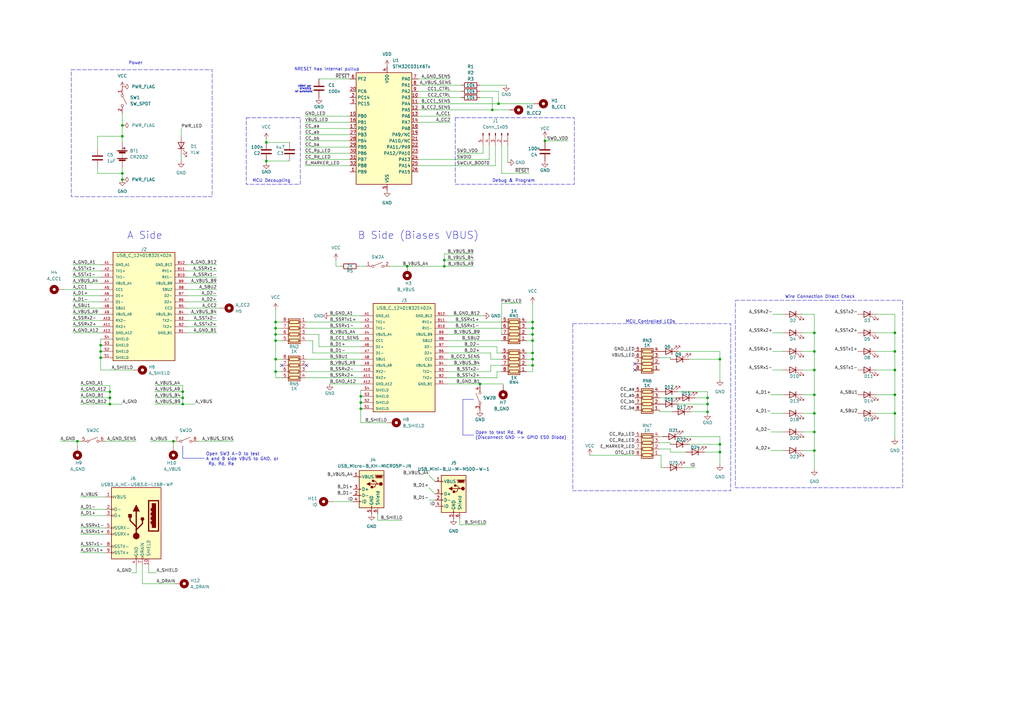
<source format=kicad_sch>
(kicad_sch (version 20230121) (generator eeschema)
  (paper "A3")
  (junction (at 182.245 109.22))
  (junction (at 196.85 157.48))
  (junction (at 295.275 185.42))
  (junction (at 41.275 141.605))
  (junction (at 113.03 132.08))
  (junction (at 71.12 180.975))
  (junction (at 113.03 147.32))
  (junction (at 50.165 73.66))
  (junction (at 167.005 109.22))
  (junction (at 147.955 165.1))
  (junction (at 113.03 134.62))
  (junction (at 295.275 182.245))
  (junction (at 218.44 144.78))
  (junction (at 41.275 146.685))
  (junction (at 290.195 163.195))
  (junction (at 334.01 151.765))
  (junction (at 74.93 165.735))
  (junction (at 290.195 165.735))
  (junction (at 147.955 162.56))
  (junction (at 113.03 152.4))
  (junction (at 290.195 168.91))
  (junction (at 218.44 139.7))
  (junction (at 50.165 71.12))
  (junction (at 182.245 106.68))
  (junction (at 218.44 132.08))
  (junction (at 109.22 58.42))
  (junction (at 113.03 139.7))
  (junction (at 334.01 144.145))
  (junction (at 41.275 144.145))
  (junction (at 201.93 45.085))
  (junction (at 367.03 151.765))
  (junction (at 334.01 161.925))
  (junction (at 334.01 177.165))
  (junction (at 45.085 160.655))
  (junction (at 45.085 165.735))
  (junction (at 334.01 136.525))
  (junction (at 334.01 184.785))
  (junction (at 31.75 180.975))
  (junction (at 223.52 57.785))
  (junction (at 50.165 51.435))
  (junction (at 204.47 42.545))
  (junction (at 113.03 137.16))
  (junction (at 295.275 147.32))
  (junction (at 218.44 134.62))
  (junction (at 334.01 169.545))
  (junction (at 218.44 137.16))
  (junction (at 45.085 163.195))
  (junction (at 367.03 161.925))
  (junction (at 74.93 163.195))
  (junction (at 147.955 167.64))
  (junction (at 218.44 149.86))
  (junction (at 367.03 136.525))
  (junction (at 50.165 55.88))
  (junction (at 109.22 66.04))
  (junction (at 218.44 147.32))
  (junction (at 367.03 169.545))
  (junction (at 74.93 160.655))
  (junction (at 367.03 144.145))
  (no_connect (at 260.35 151.765))
  (no_connect (at 260.35 149.225))
  (no_connect (at 115.57 149.86))
  (no_connect (at 125.73 149.86))
  (wire (pts (xy 74.93 160.655) (xy 74.93 163.195)))
  (wire (pts (xy 29.845 123.825) (xy 41.275 123.825)))
  (wire (pts (xy 274.955 181.61) (xy 274.955 182.245)))
  (wire (pts (xy 128.27 144.78) (xy 128.27 139.7)))
  (wire (pts (xy 147.955 173.355) (xy 158.75 173.355)))
  (wire (pts (xy 55.88 180.975) (xy 43.18 180.975)))
  (wire (pts (xy 26.035 118.745) (xy 41.275 118.745)))
  (wire (pts (xy 278.13 144.145) (xy 295.275 144.145)))
  (wire (pts (xy 76.835 111.125) (xy 88.9 111.125)))
  (wire (pts (xy 328.93 177.165) (xy 334.01 177.165)))
  (wire (pts (xy 135.255 149.86) (xy 147.955 149.86)))
  (wire (pts (xy 283.21 168.91) (xy 290.195 168.91)))
  (wire (pts (xy 128.27 144.78) (xy 147.955 144.78)))
  (wire (pts (xy 188.595 215.265) (xy 188.595 212.725)))
  (wire (pts (xy 183.515 149.86) (xy 196.85 149.86)))
  (wire (pts (xy 282.575 182.245) (xy 295.275 182.245)))
  (wire (pts (xy 187.325 62.865) (xy 198.12 62.865)))
  (wire (pts (xy 130.81 142.24) (xy 147.955 142.24)))
  (wire (pts (xy 147.955 167.64) (xy 147.955 173.355)))
  (wire (pts (xy 63.5 165.735) (xy 74.93 165.735)))
  (wire (pts (xy 183.515 129.54) (xy 198.12 129.54)))
  (wire (pts (xy 171.45 45.085) (xy 201.93 45.085)))
  (wire (pts (xy 281.305 185.42) (xy 274.955 185.42)))
  (wire (pts (xy 29.845 133.985) (xy 41.275 133.985)))
  (wire (pts (xy 29.845 126.365) (xy 41.275 126.365)))
  (wire (pts (xy 60.96 234.95) (xy 60.96 231.775)))
  (wire (pts (xy 270.51 146.685) (xy 274.955 146.685)))
  (wire (pts (xy 278.13 160.655) (xy 290.195 160.655)))
  (wire (pts (xy 295.275 185.42) (xy 295.275 190.5)))
  (wire (pts (xy 40.005 68.58) (xy 40.005 71.12)))
  (wire (pts (xy 113.03 137.16) (xy 113.03 139.7)))
  (wire (pts (xy 182.245 109.22) (xy 194.31 109.22)))
  (wire (pts (xy 171.45 67.945) (xy 203.2 67.945)))
  (wire (pts (xy 215.9 144.78) (xy 218.44 144.78)))
  (wire (pts (xy 198.12 62.865) (xy 198.12 59.69)))
  (wire (pts (xy 167.005 109.22) (xy 182.245 109.22)))
  (wire (pts (xy 183.515 147.32) (xy 196.85 147.32)))
  (wire (pts (xy 74.93 165.735) (xy 80.01 165.735)))
  (wire (pts (xy 205.74 152.4) (xy 203.835 152.4)))
  (wire (pts (xy 280.035 191.77) (xy 285.115 191.77)))
  (wire (pts (xy 29.845 121.285) (xy 41.275 121.285)))
  (wire (pts (xy 113.03 137.16) (xy 115.57 137.16)))
  (wire (pts (xy 113.03 127) (xy 113.03 132.08)))
  (wire (pts (xy 76.835 131.445) (xy 88.9 131.445)))
  (wire (pts (xy 316.865 136.525) (xy 321.31 136.525)))
  (wire (pts (xy 113.03 139.7) (xy 113.03 147.32)))
  (wire (pts (xy 76.835 136.525) (xy 88.9 136.525)))
  (wire (pts (xy 203.835 144.78) (xy 205.74 144.78)))
  (wire (pts (xy 215.9 134.62) (xy 218.44 134.62)))
  (wire (pts (xy 61.595 180.975) (xy 71.12 180.975)))
  (wire (pts (xy 109.22 66.675) (xy 109.22 66.04)))
  (wire (pts (xy 125.095 55.245) (xy 143.51 55.245)))
  (wire (pts (xy 218.44 137.16) (xy 218.44 134.62)))
  (wire (pts (xy 45.085 163.195) (xy 45.085 165.735)))
  (wire (pts (xy 40.005 71.12) (xy 50.165 71.12)))
  (wire (pts (xy 113.03 139.7) (xy 115.57 139.7)))
  (polyline (pts (xy 74.93 182.88) (xy 74.93 187.96)))
  (wire (pts (xy 233.045 57.785) (xy 223.52 57.785)))
  (wire (pts (xy 171.45 32.385) (xy 184.785 32.385)))
  (wire (pts (xy 154.94 213.36) (xy 154.94 210.82)))
  (wire (pts (xy 33.02 208.915) (xy 43.18 208.915)))
  (polyline (pts (xy 189.865 178.435) (xy 189.865 163.83)))
  (wire (pts (xy 274.955 185.42) (xy 274.955 184.15)))
  (wire (pts (xy 316.23 184.785) (xy 321.31 184.785)))
  (wire (pts (xy 113.03 134.62) (xy 115.57 134.62)))
  (wire (pts (xy 218.44 147.32) (xy 218.44 144.78)))
  (wire (pts (xy 196.85 157.48) (xy 206.375 157.48)))
  (wire (pts (xy 74.295 63.5) (xy 74.295 66.04)))
  (wire (pts (xy 31.75 180.975) (xy 33.02 180.975)))
  (wire (pts (xy 135.255 129.54) (xy 147.955 129.54)))
  (wire (pts (xy 359.41 144.145) (xy 367.03 144.145)))
  (wire (pts (xy 205.74 149.86) (xy 201.295 149.86)))
  (wire (pts (xy 334.01 144.145) (xy 334.01 151.765)))
  (wire (pts (xy 50.165 46.355) (xy 50.165 51.435)))
  (wire (pts (xy 76.835 123.825) (xy 88.9 123.825)))
  (wire (pts (xy 203.835 142.24) (xy 203.835 144.78)))
  (wire (pts (xy 41.275 139.065) (xy 41.275 141.605)))
  (wire (pts (xy 183.515 144.78) (xy 201.295 144.78)))
  (wire (pts (xy 183.515 139.7) (xy 205.74 139.7)))
  (wire (pts (xy 147.955 162.56) (xy 147.955 165.1)))
  (wire (pts (xy 125.73 154.94) (xy 147.955 154.94)))
  (wire (pts (xy 274.955 146.685) (xy 274.955 147.32)))
  (wire (pts (xy 125.095 47.625) (xy 143.51 47.625)))
  (wire (pts (xy 29.845 131.445) (xy 41.275 131.445)))
  (wire (pts (xy 58.42 239.395) (xy 71.755 239.395)))
  (wire (pts (xy 29.845 128.905) (xy 41.275 128.905)))
  (wire (pts (xy 367.03 128.905) (xy 367.03 136.525)))
  (wire (pts (xy 139.7 109.22) (xy 137.795 109.22)))
  (wire (pts (xy 63.5 160.655) (xy 74.93 160.655)))
  (wire (pts (xy 45.085 160.655) (xy 45.085 163.195)))
  (wire (pts (xy 29.845 108.585) (xy 41.275 108.585)))
  (wire (pts (xy 171.45 42.545) (xy 204.47 42.545)))
  (wire (pts (xy 223.52 56.515) (xy 223.52 57.785)))
  (wire (pts (xy 208.28 59.69) (xy 208.28 66.675)))
  (wire (pts (xy 33.02 226.695) (xy 43.18 226.695)))
  (wire (pts (xy 29.845 113.665) (xy 41.275 113.665)))
  (wire (pts (xy 76.835 126.365) (xy 90.17 126.365)))
  (wire (pts (xy 125.095 62.865) (xy 143.51 62.865)))
  (wire (pts (xy 41.275 146.685) (xy 41.275 151.765)))
  (wire (pts (xy 125.73 132.08) (xy 147.955 132.08)))
  (wire (pts (xy 71.12 180.975) (xy 71.12 182.88)))
  (wire (pts (xy 206.375 158.115) (xy 206.375 157.48)))
  (wire (pts (xy 328.93 136.525) (xy 334.01 136.525)))
  (wire (pts (xy 241.935 186.69) (xy 260.35 186.69)))
  (wire (pts (xy 125.73 134.62) (xy 147.955 134.62)))
  (wire (pts (xy 205.74 124.46) (xy 205.74 137.16)))
  (wire (pts (xy 205.74 124.46) (xy 213.995 124.46)))
  (wire (pts (xy 40.005 60.96) (xy 40.005 55.88)))
  (wire (pts (xy 50.165 68.58) (xy 50.165 71.12)))
  (wire (pts (xy 183.515 154.94) (xy 203.835 154.94)))
  (wire (pts (xy 196.85 34.925) (xy 207.645 34.925)))
  (wire (pts (xy 125.73 137.16) (xy 130.81 137.16)))
  (wire (pts (xy 135.255 157.48) (xy 147.955 157.48)))
  (wire (pts (xy 24.765 180.975) (xy 31.75 180.975)))
  (wire (pts (xy 33.02 216.535) (xy 43.18 216.535)))
  (wire (pts (xy 328.93 169.545) (xy 334.01 169.545)))
  (wire (pts (xy 328.93 128.905) (xy 334.01 128.905)))
  (wire (pts (xy 45.085 158.115) (xy 45.085 160.655)))
  (wire (pts (xy 270.51 186.69) (xy 271.145 186.69)))
  (wire (pts (xy 33.02 219.075) (xy 43.18 219.075)))
  (wire (pts (xy 74.93 163.195) (xy 74.93 165.735)))
  (wire (pts (xy 109.22 57.15) (xy 109.22 58.42)))
  (wire (pts (xy 171.45 50.165) (xy 184.785 50.165)))
  (wire (pts (xy 203.835 152.4) (xy 203.835 154.94)))
  (wire (pts (xy 295.275 147.32) (xy 295.275 155.575)))
  (polyline (pts (xy 189.865 163.83) (xy 194.31 163.83)))
  (wire (pts (xy 201.93 40.005) (xy 196.85 40.005)))
  (wire (pts (xy 113.03 132.08) (xy 113.03 134.62)))
  (wire (pts (xy 165.1 213.36) (xy 154.94 213.36)))
  (wire (pts (xy 109.22 58.42) (xy 118.745 58.42)))
  (wire (pts (xy 316.865 128.905) (xy 321.31 128.905)))
  (wire (pts (xy 183.515 142.24) (xy 203.835 142.24)))
  (wire (pts (xy 270.51 168.91) (xy 270.51 168.275)))
  (wire (pts (xy 334.01 169.545) (xy 334.01 177.165)))
  (wire (pts (xy 334.01 177.165) (xy 334.01 184.785)))
  (wire (pts (xy 215.9 137.16) (xy 218.44 137.16)))
  (wire (pts (xy 183.515 152.4) (xy 201.295 152.4)))
  (wire (pts (xy 33.02 211.455) (xy 43.18 211.455)))
  (wire (pts (xy 334.01 151.765) (xy 334.01 161.925)))
  (wire (pts (xy 41.275 141.605) (xy 41.275 144.145)))
  (wire (pts (xy 160.02 109.22) (xy 167.005 109.22)))
  (wire (pts (xy 33.02 158.115) (xy 45.085 158.115)))
  (wire (pts (xy 367.03 161.925) (xy 367.03 169.545)))
  (wire (pts (xy 125.73 147.32) (xy 147.955 147.32)))
  (wire (pts (xy 137.795 109.22) (xy 137.795 106.68)))
  (wire (pts (xy 275.59 168.91) (xy 270.51 168.91)))
  (wire (pts (xy 175.895 200.025) (xy 178.435 202.565)))
  (wire (pts (xy 218.44 134.62) (xy 218.44 132.08)))
  (wire (pts (xy 113.03 134.62) (xy 113.03 137.16)))
  (wire (pts (xy 271.145 191.77) (xy 272.415 191.77)))
  (wire (pts (xy 182.245 106.68) (xy 194.31 106.68)))
  (polyline (pts (xy 194.31 178.435) (xy 189.865 178.435)))
  (wire (pts (xy 29.845 111.125) (xy 41.275 111.125)))
  (wire (pts (xy 328.93 151.765) (xy 334.01 151.765)))
  (wire (pts (xy 328.93 184.785) (xy 334.01 184.785)))
  (wire (pts (xy 215.9 152.4) (xy 218.44 152.4)))
  (wire (pts (xy 40.005 55.88) (xy 50.165 55.88)))
  (wire (pts (xy 334.01 136.525) (xy 334.01 144.145)))
  (wire (pts (xy 316.865 151.765) (xy 321.31 151.765)))
  (wire (pts (xy 290.195 163.195) (xy 285.115 163.195)))
  (wire (pts (xy 218.44 132.08) (xy 218.44 124.46)))
  (wire (pts (xy 113.03 132.08) (xy 115.57 132.08)))
  (wire (pts (xy 367.03 136.525) (xy 367.03 144.145)))
  (wire (pts (xy 171.45 40.005) (xy 189.23 40.005)))
  (wire (pts (xy 204.47 37.465) (xy 204.47 42.545)))
  (wire (pts (xy 33.02 160.655) (xy 45.085 160.655)))
  (wire (pts (xy 76.835 108.585) (xy 88.9 108.585)))
  (wire (pts (xy 316.865 144.145) (xy 321.31 144.145)))
  (wire (pts (xy 130.81 32.385) (xy 143.51 32.385)))
  (wire (pts (xy 203.2 67.945) (xy 203.2 59.69)))
  (wire (pts (xy 125.73 139.7) (xy 128.27 139.7)))
  (wire (pts (xy 29.845 136.525) (xy 41.275 136.525)))
  (wire (pts (xy 183.515 132.08) (xy 205.74 132.08)))
  (wire (pts (xy 135.255 139.7) (xy 147.955 139.7)))
  (wire (pts (xy 125.095 60.325) (xy 143.51 60.325)))
  (wire (pts (xy 130.81 137.16) (xy 130.81 142.24)))
  (wire (pts (xy 316.23 177.165) (xy 321.31 177.165)))
  (wire (pts (xy 76.835 116.205) (xy 88.9 116.205)))
  (wire (pts (xy 74.295 52.705) (xy 74.295 55.88)))
  (wire (pts (xy 278.13 165.735) (xy 290.195 165.735)))
  (wire (pts (xy 31.75 180.975) (xy 31.75 182.88)))
  (wire (pts (xy 188.595 215.265) (xy 199.39 215.265)))
  (wire (pts (xy 171.45 37.465) (xy 189.23 37.465)))
  (wire (pts (xy 215.9 147.32) (xy 218.44 147.32)))
  (wire (pts (xy 316.23 161.925) (xy 321.31 161.925)))
  (wire (pts (xy 218.44 137.16) (xy 218.44 139.7)))
  (wire (pts (xy 76.835 113.665) (xy 88.9 113.665)))
  (wire (pts (xy 218.44 147.32) (xy 218.44 149.86)))
  (wire (pts (xy 359.41 151.765) (xy 367.03 151.765)))
  (wire (pts (xy 50.165 51.435) (xy 50.165 55.88)))
  (wire (pts (xy 171.45 65.405) (xy 200.66 65.405)))
  (wire (pts (xy 125.095 52.705) (xy 143.51 52.705)))
  (wire (pts (xy 33.02 165.735) (xy 45.085 165.735)))
  (wire (pts (xy 279.4 179.07) (xy 295.275 179.07)))
  (wire (pts (xy 135.255 137.16) (xy 147.955 137.16)))
  (wire (pts (xy 205.74 59.69) (xy 205.74 71.12)))
  (wire (pts (xy 183.515 157.48) (xy 196.85 157.48)))
  (wire (pts (xy 217.17 71.12) (xy 205.74 71.12)))
  (wire (pts (xy 218.44 139.7) (xy 218.44 144.78)))
  (wire (pts (xy 64.135 234.95) (xy 60.96 234.95)))
  (wire (pts (xy 182.245 106.68) (xy 182.245 109.22)))
  (wire (pts (xy 288.925 185.42) (xy 295.275 185.42)))
  (wire (pts (xy 183.515 137.16) (xy 196.85 137.16)))
  (wire (pts (xy 334.01 161.925) (xy 334.01 169.545)))
  (wire (pts (xy 178.435 205.105) (xy 175.895 205.105)))
  (wire (pts (xy 33.02 203.835) (xy 43.18 203.835)))
  (wire (pts (xy 274.955 184.15) (xy 270.51 184.15)))
  (wire (pts (xy 58.42 239.395) (xy 58.42 231.775)))
  (wire (pts (xy 367.03 169.545) (xy 367.03 179.705)))
  (wire (pts (xy 63.5 158.115) (xy 74.93 158.115)))
  (wire (pts (xy 334.01 184.785) (xy 334.01 192.405)))
  (wire (pts (xy 113.03 152.4) (xy 113.03 154.94)))
  (wire (pts (xy 328.93 144.145) (xy 334.01 144.145)))
  (wire (pts (xy 201.93 45.085) (xy 208.915 45.085)))
  (wire (pts (xy 125.095 67.945) (xy 143.51 67.945)))
  (wire (pts (xy 316.23 169.545) (xy 321.31 169.545)))
  (wire (pts (xy 282.575 147.32) (xy 295.275 147.32)))
  (wire (pts (xy 223.52 57.785) (xy 223.52 58.42)))
  (wire (pts (xy 359.41 128.905) (xy 367.03 128.905)))
  (wire (pts (xy 76.835 121.285) (xy 88.9 121.285)))
  (wire (pts (xy 201.93 45.085) (xy 201.93 40.005)))
  (wire (pts (xy 359.41 161.925) (xy 367.03 161.925)))
  (wire (pts (xy 41.275 144.145) (xy 41.275 146.685)))
  (wire (pts (xy 334.01 128.905) (xy 334.01 136.525)))
  (wire (pts (xy 76.835 133.985) (xy 88.9 133.985)))
  (wire (pts (xy 218.44 132.08) (xy 215.9 132.08)))
  (wire (pts (xy 50.165 71.12) (xy 50.165 73.66)))
  (wire (pts (xy 125.095 50.165) (xy 143.51 50.165)))
  (wire (pts (xy 204.47 42.545) (xy 219.075 42.545)))
  (wire (pts (xy 182.245 104.14) (xy 194.31 104.14)))
  (wire (pts (xy 328.93 161.925) (xy 334.01 161.925)))
  (wire (pts (xy 290.195 165.735) (xy 290.195 163.195)))
  (wire (pts (xy 113.03 147.32) (xy 115.57 147.32)))
  (wire (pts (xy 113.03 152.4) (xy 115.57 152.4)))
  (polyline (pts (xy 83.82 187.96) (xy 74.93 187.96)))
  (wire (pts (xy 147.955 160.02) (xy 147.955 162.56)))
  (wire (pts (xy 171.45 47.625) (xy 184.785 47.625)))
  (wire (pts (xy 196.85 158.115) (xy 196.85 157.48)))
  (wire (pts (xy 33.02 163.195) (xy 45.085 163.195)))
  (wire (pts (xy 215.9 149.86) (xy 218.44 149.86)))
  (wire (pts (xy 125.73 152.4) (xy 147.955 152.4)))
  (wire (pts (xy 270.51 163.195) (xy 277.495 163.195)))
  (wire (pts (xy 147.955 165.1) (xy 147.955 167.64)))
  (wire (pts (xy 290.195 168.91) (xy 290.195 169.545)))
  (wire (pts (xy 50.165 55.88) (xy 50.165 58.42)))
  (wire (pts (xy 41.275 151.765) (xy 54.61 151.765)))
  (wire (pts (xy 53.975 234.95) (xy 55.88 234.95)))
  (wire (pts (xy 271.78 179.07) (xy 270.51 179.07)))
  (wire (pts (xy 295.275 144.145) (xy 295.275 147.32)))
  (wire (pts (xy 295.275 179.07) (xy 295.275 182.245)))
  (wire (pts (xy 196.85 37.465) (xy 204.47 37.465)))
  (wire (pts (xy 109.22 66.04) (xy 118.745 66.04)))
  (wire (pts (xy 55.88 234.95) (xy 55.88 231.775)))
  (wire (pts (xy 359.41 136.525) (xy 367.03 136.525)))
  (wire (pts (xy 271.145 186.69) (xy 271.145 191.77)))
  (wire (pts (xy 359.41 169.545) (xy 367.03 169.545)))
  (wire (pts (xy 29.845 116.205) (xy 41.275 116.205)))
  (wire (pts (xy 63.5 163.195) (xy 74.93 163.195)))
  (wire (pts (xy 183.515 134.62) (xy 205.74 134.62)))
  (wire (pts (xy 33.02 224.155) (xy 43.18 224.155)))
  (wire (pts (xy 147.32 109.22) (xy 149.86 109.22)))
  (wire (pts (xy 367.03 151.765) (xy 367.03 161.925)))
  (wire (pts (xy 125.095 65.405) (xy 143.51 65.405)))
  (wire (pts (xy 367.03 144.145) (xy 367.03 151.765)))
  (wire (pts (xy 113.03 154.94) (xy 115.57 154.94)))
  (wire (pts (xy 175.895 194.945) (xy 178.435 197.485)))
  (wire (pts (xy 205.74 147.32) (xy 201.295 147.32)))
  (wire (pts (xy 136.525 205.74) (xy 144.78 205.74)))
  (wire (pts (xy 200.66 65.405) (xy 200.66 59.69)))
  (wire (pts (xy 290.195 165.735) (xy 290.195 168.91)))
  (wire (pts (xy 171.45 34.925) (xy 189.23 34.925)))
  (wire (pts (xy 182.245 104.14) (xy 182.245 106.68)))
  (wire (pts (xy 215.9 139.7) (xy 218.44 139.7)))
  (wire (pts (xy 201.295 147.32) (xy 201.295 144.78)))
  (wire (pts (xy 76.835 118.745) (xy 88.9 118.745)))
  (wire (pts (xy 45.085 165.735) (xy 50.165 165.735)))
  (wire (pts (xy 201.295 149.86) (xy 201.295 152.4)))
  (wire (pts (xy 218.44 149.86) (xy 218.44 152.4)))
  (wire (pts (xy 81.28 180.975) (xy 95.885 180.975)))
  (wire (pts (xy 113.03 147.32) (xy 113.03 152.4)))
  (wire (pts (xy 270.51 181.61) (xy 274.955 181.61)))
  (wire (pts (xy 295.275 182.245) (xy 295.275 185.42)))
  (wire (pts (xy 76.835 128.905) (xy 88.9 128.905)))
  (wire (pts (xy 125.095 57.785) (xy 143.51 57.785)))
  (wire (pts (xy 290.195 160.655) (xy 290.195 163.195)))
  (wire (pts (xy 74.93 158.115) (xy 74.93 160.655)))
  (rectangle (start 234.95 132.715) (end 299.72 201.295) (stroke (width 0) (type dash)))
  (rectangle (start 100.965 48.26) (end 123.19 75.565) (stroke (width 0) (type dash)))
  (rectangle (start 301.625 123.19) (end 370.205 200.025) (stroke (width 0) (type dash)))
  (rectangle (start 29.21 28.575) (end 86.995 80.645) (stroke (width 0) (type dash)))
  (rectangle (start 186.69 48.26) (end 235.585 75.565) (stroke (width 0) (type dash)))
  (text "MCU Controlled LEDs" (at 256.54 132.715 0) (effects (font (size 1.27 1.27)) (justify left bottom)))
  (text "Wire Connection Direct Check" (at 321.945 122.555 0) (effects (font (size 1.27 1.27)) (justify left bottom)))
  (text "100nF per \nSTM32C0 \nref schematic" (at 128.27 38.1 0) (effects (font (size 0.7 0.7)) (justify right bottom)))
  (text "NRESET has internal pullup" (at 120.65 29.21 0) (effects (font (size 1.27 1.27)) (justify left bottom)))
  (text "Power" (at 52.705 26.67 0) (effects (font (size 1.27 1.27)) (justify left bottom)))
  (text "Debug & Program" (at 201.93 74.93 0) (effects (font (size 1.27 1.27)) (justify left bottom)))
  (text "Open to test Rd, Ra\n(Disconnect GND -> GPIO ESD Diode)" (at 194.945 180.34 0) (effects (font (size 1.27 1.27)) (justify left bottom)))
  (text "A Side" (at 52.07 98.425 0) (effects (font (size 3 3)) (justify left bottom)))
  (text "Open SW3 A-D to test \nA and B side VBUS to GND, or\n Rp, Rd, Ra\n" (at 84.455 191.135 0) (effects (font (size 1.27 1.27)) (justify left bottom)))
  (text "B Side (Biases VBUS)" (at 146.685 98.425 0) (effects (font (size 3 3)) (justify left bottom)))
  (text "MCU Decoupling" (at 103.505 74.93 0) (effects (font (size 1.27 1.27)) (justify left bottom)))
  (label "B_SHIELD" (at 165.1 213.36 180))
  (label "A_SSRx1-" (at 33.02 216.535 0))
  (label "OTG_LED" (at 260.35 186.69 180))
  (label "B_SSRx2+" (at 135.255 154.94 0))
  (label "ID" (at 178.435 207.645 180))
  (label "CC_Rp_LED" (at 260.35 179.07 180))
  (label "A_SBU2" (at 88.9 118.745 180))
  (label "A_SSRx2+" (at 316.865 136.525 180))
  (label "SWD_VDD" (at 187.325 62.865 0))
  (label "B_VBUS_A4" (at 175.895 194.945 180))
  (label "B_D1-" (at 144.78 203.2 180))
  (label "A_SSTx1+" (at 29.845 111.125 0))
  (label "A_SSRx1+" (at 316.865 144.145 180))
  (label "A_VBUS_B9" (at 88.9 116.205 180))
  (label "A_SSTx2+" (at 351.79 136.525 180))
  (label "B_SBU1" (at 135.255 147.32 0))
  (label "A_CC2" (at 184.785 50.165 180))
  (label "E_MARKER_LED" (at 125.095 67.945 0))
  (label "B_GND_B1" (at 196.85 157.48 180))
  (label "A_VBUS" (at 80.01 165.735 0))
  (label "SWCLK_BOOT0" (at 187.325 67.945 0))
  (label "CC_ba" (at 125.095 60.325 0))
  (label "A_DRAIN" (at 64.135 239.395 0))
  (label "A_SBU2" (at 351.79 169.545 180))
  (label "A_GND_B1" (at 88.9 136.525 180))
  (label "A_D1+" (at 29.845 121.285 0))
  (label "A_SBU1" (at 29.845 126.365 0))
  (label "B_VBUS_B4" (at 194.31 106.68 180))
  (label "SWD_VDD" (at 233.045 57.785 180))
  (label "A_SSRx2-" (at 316.865 128.905 180))
  (label "A_VBUS" (at 33.02 203.835 0))
  (label "B_SSTx2-" (at 196.85 152.4 180))
  (label "A_GND" (at 50.165 165.735 0))
  (label "B_D1+" (at 144.78 200.66 180))
  (label "PWR_LED" (at 74.295 52.705 0))
  (label "A_GND_A12" (at 33.02 160.655 0))
  (label "A_SSRx2+" (at 29.845 133.985 0))
  (label "A_SSTx1-" (at 29.845 113.665 0))
  (label "B_SSTx2+" (at 196.85 154.94 180))
  (label "A_GND_B12" (at 88.9 108.585 180))
  (label "B_D1-" (at 135.255 144.78 0))
  (label "~{RESET}" (at 143.51 32.385 180))
  (label "A_SSRx2-" (at 29.845 131.445 0))
  (label "CC_aa" (at 125.095 52.705 0))
  (label "A_D1-" (at 33.02 208.915 0))
  (label "B_SBU2" (at 196.85 139.7 180))
  (label "A_GND_A12" (at 29.845 136.525 0))
  (label "A_GND_SENS" (at 55.88 180.975 180))
  (label "B_GND_B12" (at 196.85 129.54 180))
  (label "A_CC1" (at 29.845 118.745 0))
  (label "A_D2-" (at 88.9 121.285 180))
  (label "A_SSTx2-" (at 351.79 128.905 180))
  (label "A_SSTx2-" (at 88.9 131.445 180))
  (label "CC_ba" (at 260.35 168.275 180))
  (label "B_D2+" (at 196.85 144.78 180))
  (label "B_SSRTx1+" (at 135.255 132.08 0))
  (label "ID" (at 285.115 191.77 180))
  (label "ID" (at 144.78 205.74 180))
  (label "A_GND_B1" (at 33.02 163.195 0))
  (label "GND_LED" (at 125.095 47.625 0))
  (label "A_VBUS_A9" (at 29.845 128.905 0))
  (label "A_GND_B12" (at 33.02 165.735 0))
  (label "A_D2-" (at 316.23 177.165 180))
  (label "A_GND" (at 53.975 234.95 180))
  (label "A_D2+" (at 316.23 184.785 180))
  (label "CC_Rp_LED" (at 125.095 62.865 0))
  (label "CC_bb" (at 260.35 165.735 180))
  (label "B_SHIELD" (at 158.75 173.355 180))
  (label "A_SSTx1-" (at 351.79 151.765 180))
  (label "A_CC2" (at 88.9 126.365 180))
  (label "B_SSRx1-" (at 186.69 134.62 0))
  (label "A_SHIELD" (at 45.72 151.765 0))
  (label "B_GND_A1" (at 144.78 129.54 180))
  (label "B_VBUS_A4" (at 165.1 109.22 0))
  (label "A_SSRx1-" (at 316.865 151.765 180))
  (label "CC_bb" (at 125.095 57.785 0))
  (label "A_VBUS_SENS" (at 172.085 34.925 0))
  (label "A_VBUS" (at 61.595 180.975 0))
  (label "A_SSRx1+" (at 33.02 219.075 0))
  (label "A_SSTx1+" (at 33.02 226.695 0))
  (label "A_D1-" (at 316.23 169.545 180))
  (label "B_VBUS_A9" (at 194.31 109.22 180))
  (label "A_VBUS_SENS" (at 95.885 180.975 180))
  (label "B_D1+" (at 175.895 200.025 180))
  (label "A_VBUS_B4" (at 63.5 163.195 0))
  (label "A_SSTx1-" (at 33.02 224.155 0))
  (label "B_VBUS_A4" (at 135.255 137.16 0))
  (label "A_VBUS_A9" (at 63.5 160.655 0))
  (label "A_SBU1" (at 351.79 161.925 180))
  (label "A_GND" (at 24.765 180.975 0))
  (label "VBUS_LED" (at 260.35 146.685 180))
  (label "SWDIO" (at 187.325 65.405 0))
  (label "A_D1+" (at 316.23 161.925 180))
  (label "CC_Rd_LED" (at 260.35 181.61 180))
  (label "B_VBUS_A9" (at 135.255 149.86 0))
  (label "CC_ab" (at 125.095 55.245 0))
  (label "A_SSTx1+" (at 351.79 144.145 180))
  (label "B_CC2_SENS" (at 196.85 147.32 180))
  (label "A_D1+" (at 33.02 211.455 0))
  (label "B_D1-" (at 175.895 205.105 180))
  (label "A_VBUS_B9" (at 63.5 165.735 0))
  (label "B_D2-" (at 196.85 142.24 180))
  (label "B_CC2_SENS" (at 184.785 45.085 180))
  (label "B_SHIELD" (at 190.5 215.265 0))
  (label "A_VBUS_A4" (at 29.845 116.205 0))
  (label "B_VBUS_B9" (at 196.85 137.16 180))
  (label "A_SHIELD" (at 64.135 234.95 0))
  (label "B_GND_A12" (at 135.255 157.48 0))
  (label "B_VBUS_A4" (at 144.78 195.58 180))
  (label "PWR_LED" (at 213.995 124.46 180))
  (label "CC1_CTRL" (at 175.26 37.465 0))
  (label "A_CC1" (at 184.785 47.625 180))
  (label "B_CC1_SENS" (at 135.255 139.7 0))
  (label "B_CC1_SENS" (at 184.785 42.545 180))
  (label "B_VBUS_B4" (at 196.85 149.86 180))
  (label "A_SSRx1+" (at 88.9 111.125 180))
  (label "B_VBUS_B9" (at 194.31 104.14 180))
  (label "E_MARKER_LED" (at 260.35 184.15 180))
  (label "~{RESET}" (at 217.17 71.12 180))
  (label "A_D1-" (at 29.845 123.825 0))
  (label "B_SSRx2-" (at 135.255 152.4 0))
  (label "VBUS_LED" (at 125.095 50.165 0))
  (label "CC_ab" (at 260.35 163.195 180))
  (label "A_D2+" (at 88.9 123.825 180))
  (label "A_GND_A1" (at 33.02 158.115 0))
  (label "A_GND_SENS" (at 184.785 32.385 180))
  (label "A_SSRx1-" (at 88.9 113.665 180))
  (label "A_GND_A1" (at 29.845 108.585 0))
  (label "GND_LED" (at 260.35 144.145 180))
  (label "CC2_CTRL" (at 184.785 40.005 180))
  (label "B_SSRx1+" (at 186.69 132.08 0))
  (label "B_SSRx1-" (at 135.255 134.62 0))
  (label "A_SSTx2+" (at 88.9 133.985 180))
  (label "CC_aa" (at 260.35 160.655 180))
  (label "A_VBUS_B4" (at 88.9 128.905 180))
  (label "B_D1+" (at 135.255 142.24 0))
  (label "A_VBUS_A4" (at 63.5 158.115 0))
  (label "CC_Rd_LED" (at 125.095 65.405 0))
  (symbol (lib_id "Device:LED") (at 278.765 147.32 180) (unit 1)
    (property "Reference" "D9" (at 276.86 145.415 0) (effects (justify right)))
    (property "Value" "YLW" (effects hide))
    (property "Footprint" "LED_SMD:LED_0805_2012Metric" (effects hide))
    (property "Datasheet" "https://datasheet.lcsc.com/lcsc/1810261419_Everlight-Elec-17-21UYC-S530-A3-TR8_C91839.pdf" (effects hide))
    (property "Description" "LEDs" (effects hide))
    (property "JLPCB_MPN" "17-21UYC/S530-A3/TR8" (effects hide))
    (property "JLPCB_Mfg" "Everlight Elec" (effects hide))
    (property "JLPCB_Part_No" "C91839" (effects hide))
    (property "JLPCB_URL" "https://jlcpcb.com/parts/2nd/Optocoupler_LED_Digital_Tube_Photoelectric_Device/Light_Emitting_Diodes_(LED)_104?searchTxt=led" (effects hide))
    (property "JLPCB_Price" "$0.0218" (effects hide))
  )
  (symbol (lib_id "power:PWR_FLAG") (at 50.165 73.66 270) (unit 1)
    (property "Reference" "#FLG03" (effects hide))
    (property "Value" "PWR_FLAG" (at 53.975 73.66 90) (effects (justify left)))
  )
  (symbol (lib_id "Device:R_Pack04") (at 210.82 134.62 90) (unit 1)
    (property "Reference" "RN1" (at 210.82 129.54 90))
    (property "Value" "1K" (at 210.82 127.635 90))
    (property "Footprint" "Resistor_SMD:R_Array_Concave_4x0402" (effects hide))
    (property "JLPCB_MPN" "YC164-JR-071K1L" (effects hide))
    (property "JLPCB_Mfg" "YAGEO" (effects hide))
    (property "JLPCB_Part_No" "C136833" (effects hide))
    (property "JLPCB_URL" "https://jlcpcb.com/parts/2nd/Resistors/Resistor_Networks_Arrays_6" (effects hide))
    (property "JLPCB_Price" "$0.007" (effects hide))
  )
  (symbol (lib_id "Device:LED") (at 325.12 151.765 0) (mirror y) (unit 1)
    (property "Reference" "D10" (at 323.85 154.305 0) (effects (justify right)))
    (property "Value" "YLW" (effects hide))
    (property "Footprint" "LED_SMD:LED_0805_2012Metric" (effects hide))
    (property "Datasheet" "https://datasheet.lcsc.com/lcsc/1810261419_Everlight-Elec-17-21UYC-S530-A3-TR8_C91839.pdf" (effects hide))
    (property "Description" "LEDs" (effects hide))
    (property "JLPCB_MPN" "17-21UYC/S530-A3/TR8" (effects hide))
    (property "JLPCB_Mfg" "Everlight Elec" (effects hide))
    (property "JLPCB_Part_No" "C91839" (effects hide))
    (property "JLPCB_URL" "https://jlcpcb.com/parts/2nd/Optocoupler_LED_Digital_Tube_Photoelectric_Device/Light_Emitting_Diodes_(LED)_104?searchTxt=led" (effects hide))
    (property "JLPCB_Price" "$0.0218" (effects hide))
  )
  (symbol (lib_id "power:VCC") (at 50.165 36.195 0) (unit 1)
    (property "Reference" "#PWR03" (effects hide))
    (property "Value" "VDD" (at 50.165 31.115 0))
  )
  (symbol (lib_name "GND_2") (lib_id "power:GND") (at 223.52 66.04 0) (unit 1)
    (property "Reference" "#PWR09" (effects hide))
    (property "Value" "GND" (at 223.52 69.85 0))
  )
  (symbol (lib_name "GND_1") (lib_id "power:GND") (at 186.055 212.725 0) (unit 1)
    (property "Reference" "#PWR028" (effects hide))
    (property "Value" "GND" (at 186.055 217.805 0))
  )
  (symbol (lib_id "Device:LED") (at 355.6 161.925 0) (mirror y) (unit 1)
    (property "Reference" "D14" (at 354.33 164.465 0) (effects (justify right)))
    (property "Value" "YLW" (effects hide))
    (property "Footprint" "LED_SMD:LED_0805_2012Metric" (effects hide))
    (property "Datasheet" "https://datasheet.lcsc.com/lcsc/1810261419_Everlight-Elec-17-21UYC-S530-A3-TR8_C91839.pdf" (effects hide))
    (property "Description" "LEDs" (effects hide))
    (property "JLPCB_MPN" "17-21UYC/S530-A3/TR8" (effects hide))
    (property "JLPCB_Mfg" "Everlight Elec" (effects hide))
    (property "JLPCB_Part_No" "C91839" (effects hide))
    (property "JLPCB_URL" "https://jlcpcb.com/parts/2nd/Optocoupler_LED_Digital_Tube_Photoelectric_Device/Light_Emitting_Diodes_(LED)_104?searchTxt=led" (effects hide))
    (property "JLPCB_Price" "$0.0218" (effects hide))
  )
  (symbol (lib_name "GND_1") (lib_id "power:GND") (at 130.81 40.005 0) (unit 1)
    (property "Reference" "#PWR04" (effects hide))
    (property "Value" "GND" (at 130.81 43.815 0))
  )
  (symbol (lib_id "Device:C") (at 118.745 62.23 180) (unit 1)
    (property "Reference" "C3" (at 114.935 62.865 0))
    (property "Value" "4u7" (at 114.935 60.325 0))
    (property "Footprint" "Capacitor_SMD:C_0805_2012Metric_Pad1.18x1.45mm_HandSolder" (effects hide))
    (property "JLPCB_MPN" "DNP" (effects hide))
    (property "JLPCB_Mfg" "DNP" (effects hide))
    (property "JLPCB_Part_No" "DNP" (effects hide))
    (property "JLPCB_Price" "DNP" (effects hide))
    (property "Description" "MCU decouple" (effects hide))
  )
  (symbol (lib_id "Device:LED") (at 355.6 128.905 0) (mirror y) (unit 1)
    (property "Reference" "D3" (at 354.33 131.445 0) (effects (justify right)))
    (property "Value" "YLW" (effects hide))
    (property "Footprint" "LED_SMD:LED_0805_2012Metric" (effects hide))
    (property "Datasheet" "https://datasheet.lcsc.com/lcsc/1810261419_Everlight-Elec-17-21UYC-S530-A3-TR8_C91839.pdf" (effects hide))
    (property "Description" "LEDs" (effects hide))
    (property "JLPCB_MPN" "17-21UYC/S530-A3/TR8" (effects hide))
    (property "JLPCB_Mfg" "Everlight Elec" (effects hide))
    (property "JLPCB_Part_No" "C91839" (effects hide))
    (property "JLPCB_URL" "https://jlcpcb.com/parts/2nd/Optocoupler_LED_Digital_Tube_Photoelectric_Device/Light_Emitting_Diodes_(LED)_104?searchTxt=led" (effects hide))
    (property "JLPCB_Price" "$0.0218" (effects hide))
  )
  (symbol (lib_id "Device:LED") (at 274.32 165.735 180) (unit 1)
    (property "Reference" "D16" (at 272.415 163.83 0) (effects (justify right)))
    (property "Value" "YLW" (effects hide))
    (property "Footprint" "LED_SMD:LED_0805_2012Metric" (effects hide))
    (property "Datasheet" "https://datasheet.lcsc.com/lcsc/1810261419_Everlight-Elec-17-21UYC-S530-A3-TR8_C91839.pdf" (effects hide))
    (property "Description" "LEDs" (effects hide))
    (property "JLPCB_MPN" "17-21UYC/S530-A3/TR8" (effects hide))
    (property "JLPCB_Mfg" "Everlight Elec" (effects hide))
    (property "JLPCB_Part_No" "C91839" (effects hide))
    (property "JLPCB_URL" "https://jlcpcb.com/parts/2nd/Optocoupler_LED_Digital_Tube_Photoelectric_Device/Light_Emitting_Diodes_(LED)_104?searchTxt=led" (effects hide))
    (property "JLPCB_Price" "$0.0218" (effects hide))
  )
  (symbol (lib_id "Mechanical:MountingHole_Pad") (at 206.375 160.655 180) (unit 1)
    (property "Reference" "H7" (at 207.645 165.1 0) (effects (justify left)))
    (property "Value" "B_GND" (at 208.915 167.64 0) (effects (justify left)))
    (property "Footprint" "01-UserLibary:Connector_Pad_Edge_Oval_5mm_Extended" (effects hide))
    (property "JLPCB_MPN" "x" (effects hide))
    (property "JLPCB_Mfg" "x" (effects hide))
    (property "JLPCB_Part_No" "x" (effects hide))
    (property "Description" "B_GND" (effects hide))
    (property "JLPCB_Price" "x" (effects hide))
  )
  (symbol (lib_id "power:GND") (at 50.165 73.66 0) (unit 1)
    (property "Reference" "#PWR012" (effects hide))
    (property "Value" "GND" (at 50.165 78.486 0))
  )
  (symbol (lib_id "Switch:SW_SPST") (at 50.165 41.275 270) (unit 1)
    (property "Reference" "SW1" (at 53.34 40.005 90) (effects (justify left)))
    (property "Value" "SW_SPDT" (at 53.34 42.545 90) (effects (justify left)))
    (property "Footprint" "Button_Switch_SMD:SW_DIP_SPSTx01_Slide_6.7x4.1mm_W8.61mm_P2.54mm_LowProfile" (effects hide))
    (property "JLPCB_MPN" "🔶TBD (footprint)" (effects hide))
    (property "JLPCB_Mfg" "🔶TBD" (effects hide))
    (property "JLPCB_Part_No" "🔶TBD" (effects hide))
    (property "JLPCB_Price" "🔶TBD" (effects hide))
    (property "Description" "SW - PWR" (effects hide))
  )
  (symbol (lib_name "GND_1") (lib_id "power:GND") (at 135.255 157.48 0) (unit 1)
    (property "Reference" "#PWR020" (effects hide))
    (property "Value" "GND" (at 135.255 161.29 0))
  )
  (symbol (lib_id "01B-UserSchematics:SW_DIP_x04_Separated") (at 196.85 163.195 90) (unit 2)
    (property "Reference" "SW2" (at 198.12 163.195 90) (effects (justify right)))
    (property "Value" "ZX-1.27BM-4PSMD" (effects hide))
    (property "Footprint" "01-UserLibary:SW-DIP-4P_P1.27mm_SMD-2x4" (effects hide))
    (property "Datasheet" "https://jlcpcb.com/partdetail/Megastar-ZX_1_27BM4PSMD/C7527753" (effects hide))
    (property "JLPCB_URL" "https://jlcpcb.com/partdetail/Megastar-ZX_1_27BM4PSMD/C7527753" (effects hide))
    (property "JLPCB_MPN" "ZX-1.27BM-4PSMD" (effects hide))
    (property "JLPCB_Mfg" "Megastar" (effects hide))
    (property "JLPCB_Part_No" "C7527753" (effects hide))
    (property "Description" "SW - Isolator" (effects hide))
  )
  (symbol (lib_name "GND_1") (lib_id "power:GND") (at 198.12 129.54 90) (unit 1)
    (property "Reference" "#PWR018" (effects hide))
    (property "Value" "GND" (at 201.295 129.54 90) (effects (justify right)))
  )
  (symbol (lib_id "Mechanical:MountingHole_Pad") (at 133.985 205.74 90) (mirror x) (unit 1)
    (property "Reference" "H11" (at 130.175 204.47 90) (effects (justify left)))
    (property "Value" "ID" (at 130.175 207.01 90) (effects (justify left)))
    (property "Footprint" "TestPoint:TestPoint_THTPad_D1.5mm_Drill0.7mm" (effects hide))
    (property "JLPCB_MPN" "x" (effects hide))
    (property "JLPCB_Mfg" "x" (effects hide))
    (property "JLPCB_Part_No" "x" (effects hide))
    (property "Description" "ID" (effects hide))
    (property "JLPCB_Price" "x" (effects hide))
  )
  (symbol (lib_id "power:PWR_FLAG") (at 50.165 35.56 270) (unit 1)
    (property "Reference" "#FLG01" (effects hide))
    (property "Value" "PWR_FLAG" (at 53.975 35.56 90) (effects (justify left)))
  )
  (symbol (lib_id "Connector:Conn_01x05_Pin") (at 203.2 54.61 270) (unit 1)
    (property "Reference" "J1" (at 203.2 49.53 90))
    (property "Value" "Conn_1x05" (at 203.2 52.07 90))
    (property "Footprint" "Connector_PinSocket_2.54mm:PinSocket_1x05_P2.54mm_Vertical" (effects hide))
    (property "JLPCB_MPN" "DNP" (effects hide))
    (property "JLPCB_Mfg" "DNP" (effects hide))
    (property "JLPCB_Part_No" "DNP" (effects hide))
    (property "JLPCB_Price" "DNP" (effects hide))
    (property "Description" "Debug Headers" (effects hide))
  )
  (symbol (lib_id "power:VCC") (at 218.44 124.46 0) (unit 1)
    (property "Reference" "#PWR015" (effects hide))
    (property "Value" "VDD" (at 218.44 119.38 0))
  )
  (symbol (lib_id "Device:LED") (at 278.765 182.245 180) (unit 1)
    (property "Reference" "D22" (at 277.495 180.34 0) (effects (justify right)))
    (property "Value" "YLW" (effects hide))
    (property "Footprint" "LED_SMD:LED_0805_2012Metric" (effects hide))
    (property "Datasheet" "https://datasheet.lcsc.com/lcsc/1810261419_Everlight-Elec-17-21UYC-S530-A3-TR8_C91839.pdf" (effects hide))
    (property "Description" "LEDs" (effects hide))
    (property "JLPCB_MPN" "17-21UYC/S530-A3/TR8" (effects hide))
    (property "JLPCB_Mfg" "Everlight Elec" (effects hide))
    (property "JLPCB_Part_No" "C91839" (effects hide))
    (property "JLPCB_URL" "https://jlcpcb.com/parts/2nd/Optocoupler_LED_Digital_Tube_Photoelectric_Device/Light_Emitting_Diodes_(LED)_104?searchTxt=led" (effects hide))
    (property "JLPCB_Price" "$0.0218" (effects hide))
  )
  (symbol (lib_id "Device:C") (at 109.22 62.23 180) (unit 1)
    (property "Reference" "C2" (at 105.41 62.865 0))
    (property "Value" "100n" (at 105.41 60.325 0))
    (property "Footprint" "Capacitor_SMD:C_0402_1005Metric" (effects hide))
    (property "Datasheet" "https://jlcpcb.com/partdetail/Yageo-CC0402MRY5V6BB104/C527030" (effects hide))
    (property "JLPCB_MPN" "CC0402MRY5V6BB104" (effects hide))
    (property "JLPCB_Mfg" "YAGEO" (effects hide))
    (property "JLPCB_Part_No" "C527030" (effects hide))
    (property "JLPCB_Price" "$0.0016" (effects hide))
    (property "Description" "Various decoupling" (effects hide))
  )
  (symbol (lib_id "Device:LED") (at 325.12 177.165 0) (mirror y) (unit 1)
    (property "Reference" "D20" (at 323.85 179.705 0) (effects (justify right)))
    (property "Value" "YLW" (effects hide))
    (property "Footprint" "LED_SMD:LED_0805_2012Metric" (effects hide))
    (property "Datasheet" "https://datasheet.lcsc.com/lcsc/1810261419_Everlight-Elec-17-21UYC-S530-A3-TR8_C91839.pdf" (effects hide))
    (property "Description" "LEDs" (effects hide))
    (property "JLPCB_MPN" "17-21UYC/S530-A3/TR8" (effects hide))
    (property "JLPCB_Mfg" "Everlight Elec" (effects hide))
    (property "JLPCB_Part_No" "C91839" (effects hide))
    (property "JLPCB_URL" "https://jlcpcb.com/parts/2nd/Optocoupler_LED_Digital_Tube_Photoelectric_Device/Light_Emitting_Diodes_(LED)_104?searchTxt=led" (effects hide))
    (property "JLPCB_Price" "$0.0218" (effects hide))
  )
  (symbol (lib_id "Device:LED") (at 325.12 169.545 0) (mirror y) (unit 1)
    (property "Reference" "D18" (at 323.85 172.085 0) (effects (justify right)))
    (property "Value" "YLW" (effects hide))
    (property "Footprint" "LED_SMD:LED_0805_2012Metric" (effects hide))
    (property "Datasheet" "https://datasheet.lcsc.com/lcsc/1810261419_Everlight-Elec-17-21UYC-S530-A3-TR8_C91839.pdf" (effects hide))
    (property "Description" "LEDs" (effects hide))
    (property "JLPCB_MPN" "17-21UYC/S530-A3/TR8" (effects hide))
    (property "JLPCB_Mfg" "Everlight Elec" (effects hide))
    (property "JLPCB_Part_No" "C91839" (effects hide))
    (property "JLPCB_URL" "https://jlcpcb.com/parts/2nd/Optocoupler_LED_Digital_Tube_Photoelectric_Device/Light_Emitting_Diodes_(LED)_104?searchTxt=led" (effects hide))
    (property "JLPCB_Price" "$0.0218" (effects hide))
  )
  (symbol (lib_id "Device:LED") (at 355.6 169.545 0) (mirror y) (unit 1)
    (property "Reference" "D19" (at 354.33 172.085 0) (effects (justify right)))
    (property "Value" "YLW" (effects hide))
    (property "Footprint" "LED_SMD:LED_0805_2012Metric" (effects hide))
    (property "Datasheet" "https://datasheet.lcsc.com/lcsc/1810261419_Everlight-Elec-17-21UYC-S530-A3-TR8_C91839.pdf" (effects hide))
    (property "Description" "LEDs" (effects hide))
    (property "JLPCB_MPN" "17-21UYC/S530-A3/TR8" (effects hide))
    (property "JLPCB_Mfg" "Everlight Elec" (effects hide))
    (property "JLPCB_Part_No" "C91839" (effects hide))
    (property "JLPCB_URL" "https://jlcpcb.com/parts/2nd/Optocoupler_LED_Digital_Tube_Photoelectric_Device/Light_Emitting_Diodes_(LED)_104?searchTxt=led" (effects hide))
    (property "JLPCB_Price" "$0.0218" (effects hide))
  )
  (symbol (lib_id "Connector:USB_B_Micro") (at 152.4 200.66 0) (mirror y) (unit 1)
    (property "Reference" "J4" (at 151.765 188.595 0) (effects (justify right)))
    (property "Value" "USB_Micro-B_KH-MICRO5P-JN" (at 138.43 191.135 0) (effects (justify right)))
    (property "Footprint" "01-UserLibary:USB_Micro-B_Kinghelm-KH-MICRO5P-JN" (effects hide))
    (property "Datasheet" "https://jlcpcb.com/partdetail/Shenzhen_KinghelmElec-KH_MICRO5PJN/C962222" (effects hide))
    (property "JLPCB_MPN" "KH-MICRO5P-JN" (effects hide))
    (property "JLPCB_Mfg" "Shenzhen Kinghelm Elec" (effects hide))
    (property "JLPCB_Part_No" "C962222" (effects hide))
    (property "JLPCB_URL" "https://jlcpcb.com/partdetail/Shenzhen_KinghelmElec-KH_MICRO5PJN/C962222" (effects hide))
    (property "Description" "USB-B-Micro" (effects hide))
  )
  (symbol (lib_id "Mechanical:MountingHole_Pad") (at 23.495 118.745 90) (unit 1)
    (property "Reference" "H4" (at 22.225 111.76 90))
    (property "Value" "A_CC1" (at 22.225 114.3 90))
    (property "Footprint" "01-UserLibary:Connector_Pad_Edge_Oval_5mm_Extended" (effects hide))
    (property "JLPCB_MPN" "x" (effects hide))
    (property "JLPCB_Mfg" "x" (effects hide))
    (property "JLPCB_Part_No" "x" (effects hide))
    (property "Description" "A_CC1" (effects hide))
    (property "JLPCB_Price" "x" (effects hide))
  )
  (symbol (lib_id "power:VCC") (at 113.03 127 0) (unit 1)
    (property "Reference" "#PWR016" (effects hide))
    (property "Value" "VDD" (at 113.03 121.92 0))
  )
  (symbol (lib_name "GND_1") (lib_id "power:GND") (at 158.75 78.105 0) (unit 1)
    (property "Reference" "#PWR013" (effects hide))
    (property "Value" "GND" (at 158.75 83.185 0))
  )
  (symbol (lib_name "GND_1") (lib_id "power:GND") (at 334.01 192.405 0) (unit 1)
    (property "Reference" "#PWR026" (effects hide))
    (property "Value" "GND" (at 334.01 197.485 0))
  )
  (symbol (lib_id "Device:LED") (at 355.6 151.765 0) (mirror y) (unit 1)
    (property "Reference" "D11" (at 354.33 154.305 0) (effects (justify right)))
    (property "Value" "YLW" (effects hide))
    (property "Footprint" "LED_SMD:LED_0805_2012Metric" (effects hide))
    (property "Datasheet" "https://datasheet.lcsc.com/lcsc/1810261419_Everlight-Elec-17-21UYC-S530-A3-TR8_C91839.pdf" (effects hide))
    (property "Description" "LEDs" (effects hide))
    (property "JLPCB_MPN" "17-21UYC/S530-A3/TR8" (effects hide))
    (property "JLPCB_Mfg" "Everlight Elec" (effects hide))
    (property "JLPCB_Part_No" "C91839" (effects hide))
    (property "JLPCB_URL" "https://jlcpcb.com/parts/2nd/Optocoupler_LED_Digital_Tube_Photoelectric_Device/Light_Emitting_Diodes_(LED)_104?searchTxt=led" (effects hide))
    (property "JLPCB_Price" "$0.0218" (effects hide))
  )
  (symbol (lib_id "power:PWR_FLAG") (at 50.165 51.435 270) (unit 1)
    (property "Reference" "#FLG02" (effects hide))
    (property "Value" "PWR_FLAG" (at 53.975 51.435 90) (effects (justify left)))
  )
  (symbol (lib_id "power:GND") (at 74.295 66.04 0) (unit 1)
    (property "Reference" "#PWR08" (effects hide))
    (property "Value" "GND" (at 74.295 70.866 0))
  )
  (symbol (lib_id "Mechanical:MountingHole_Pad") (at 71.12 185.42 180) (unit 1)
    (property "Reference" "H10" (at 72.39 189.865 0) (effects (justify left)))
    (property "Value" "A_VBUS" (at 74.295 192.405 0) (effects (justify left)))
    (property "Footprint" "01-UserLibary:Connector_Pad_Edge_Oval_5mm_Extended" (effects hide))
    (property "JLPCB_MPN" "x" (effects hide))
    (property "JLPCB_Mfg" "x" (effects hide))
    (property "JLPCB_Part_No" "x" (effects hide))
    (property "Description" "A_VBUS" (effects hide))
    (property "JLPCB_Price" "x" (effects hide))
  )
  (symbol (lib_id "Device:LED") (at 325.12 184.785 0) (mirror y) (unit 1)
    (property "Reference" "D23" (at 323.85 187.325 0) (effects (justify right)))
    (property "Value" "YLW" (effects hide))
    (property "Footprint" "LED_SMD:LED_0805_2012Metric" (effects hide))
    (property "Datasheet" "https://datasheet.lcsc.com/lcsc/1810261419_Everlight-Elec-17-21UYC-S530-A3-TR8_C91839.pdf" (effects hide))
    (property "Description" "LEDs" (effects hide))
    (property "JLPCB_MPN" "17-21UYC/S530-A3/TR8" (effects hide))
    (property "JLPCB_Mfg" "Everlight Elec" (effects hide))
    (property "JLPCB_Part_No" "C91839" (effects hide))
    (property "JLPCB_URL" "https://jlcpcb.com/parts/2nd/Optocoupler_LED_Digital_Tube_Photoelectric_Device/Light_Emitting_Diodes_(LED)_104?searchTxt=led" (effects hide))
    (property "JLPCB_Price" "$0.0218" (effects hide))
  )
  (symbol (lib_id "Device:R") (at 193.04 40.005 90) (unit 1)
    (property "Reference" "R3" (at 193.04 32.385 90))
    (property "Value" "10k" (at 193.04 40.005 90))
    (property "Footprint" "Resistor_SMD:R_0201_0603Metric" (effects hide))
    (property "JLPCB_MPN" "🔶TBD" (effects hide))
    (property "JLPCB_Mfg" "🔶TBD" (effects hide))
    (property "JLPCB_Part_No" "🔶TBD" (effects hide))
    (property "JLPCB_Price" "🔶TBD" (effects hide))
  )
  (symbol (lib_id "Device:LED") (at 279.4 168.91 180) (unit 1)
    (property "Reference" "D17" (at 277.495 167.005 0) (effects (justify right)))
    (property "Value" "YLW" (effects hide))
    (property "Footprint" "LED_SMD:LED_0805_2012Metric" (effects hide))
    (property "Datasheet" "https://datasheet.lcsc.com/lcsc/1810261419_Everlight-Elec-17-21UYC-S530-A3-TR8_C91839.pdf" (effects hide))
    (property "Description" "LEDs" (effects hide))
    (property "JLPCB_MPN" "17-21UYC/S530-A3/TR8" (effects hide))
    (property "JLPCB_Mfg" "Everlight Elec" (effects hide))
    (property "JLPCB_Part_No" "C91839" (effects hide))
    (property "JLPCB_URL" "https://jlcpcb.com/parts/2nd/Optocoupler_LED_Digital_Tube_Photoelectric_Device/Light_Emitting_Diodes_(LED)_104?searchTxt=led" (effects hide))
    (property "JLPCB_Price" "$0.0218" (effects hide))
  )
  (symbol (lib_id "Device:R_Pack04") (at 120.65 137.16 90) (mirror x) (unit 1)
    (property "Reference" "RN2" (at 120.65 142.24 90))
    (property "Value" "1K" (at 120.65 144.145 90))
    (property "Footprint" "Resistor_SMD:R_Array_Concave_4x0402" (effects hide))
    (property "JLPCB_MPN" "YC164-JR-071K1L" (effects hide))
    (property "JLPCB_Mfg" "YAGEO" (effects hide))
    (property "JLPCB_Part_No" "C136833" (effects hide))
    (property "JLPCB_URL" "https://jlcpcb.com/parts/2nd/Resistors/Resistor_Networks_Arrays_6" (effects hide))
    (property "JLPCB_Price" "$0.007" (effects hide))
  )
  (symbol (lib_name "GND_1") (lib_id "power:GND") (at 152.4 210.82 0) (unit 1)
    (property "Reference" "#PWR027" (effects hide))
    (property "Value" "GND" (at 152.4 215.9 0))
  )
  (symbol (lib_id "Device:LED") (at 74.295 59.69 90) (unit 1)
    (property "Reference" "D1" (at 78.105 60.0075 90) (effects (justify right)))
    (property "Value" "YLW" (at 78.105 62.5475 90) (effects (justify right)))
    (property "Footprint" "LED_SMD:LED_0805_2012Metric" (effects hide))
    (property "Datasheet" "https://datasheet.lcsc.com/lcsc/1810261419_Everlight-Elec-17-21UYC-S530-A3-TR8_C91839.pdf" (effects hide))
    (property "Description" "LEDs" (effects hide))
    (property "JLPCB_MPN" "17-21UYC/S530-A3/TR8" (effects hide))
    (property "JLPCB_Mfg" "Everlight Elec" (effects hide))
    (property "JLPCB_Part_No" "C91839" (effects hide))
    (property "JLPCB_URL" "https://jlcpcb.com/parts/2nd/Optocoupler_LED_Digital_Tube_Photoelectric_Device/Light_Emitting_Diodes_(LED)_104?searchTxt=led" (effects hide))
    (property "JLPCB_Price" "$0.0218" (effects hide))
  )
  (symbol (lib_id "Connector:USB3_A") (at 55.88 213.995 0) (mirror y) (unit 1)
    (property "Reference" "J6" (at 53.34 196.215 0) (effects (justify right)))
    (property "Value" "USB3_A_HC-USB3.0-L168-WP" (at 41.275 198.755 0) (effects (justify right)))
    (property "Footprint" "01-UserLibary:USB3_A_Hong-Cheng_HC-USB3.0-L168-WP_THT-9-2MP_P2.0mm" (effects hide))
    (property "Datasheet" "https://datasheet.lcsc.com/lcsc/2311241628_Hong-Cheng-HC-USB3-0-L168-WJ_C7501851.pdf" (effects hide))
    (property "JLPCB_MPN" "HC-USB3.0-L168-WP" (effects hide))
    (property "JLPCB_Mfg" "Hong Cheng" (effects hide))
    (property "JLPCB_Part_No" "C7501850" (effects hide))
    (property "JLPCB_URL" "https://jlcpcb.com/partdetail/HongCheng-HC_USB3_0_L168WP/C7501850" (effects hide))
    (property "Description" "USB-A-3.0" (effects hide))
  )
  (symbol (lib_id "power:VCC") (at 109.22 57.15 0) (unit 1)
    (property "Reference" "#PWR07" (effects hide))
    (property "Value" "VDD" (at 109.22 52.07 0))
  )
  (symbol (lib_id "Device:LED") (at 325.12 128.905 0) (mirror y) (unit 1)
    (property "Reference" "D2" (at 323.85 131.445 0) (effects (justify right)))
    (property "Value" "YLW" (effects hide))
    (property "Footprint" "LED_SMD:LED_0805_2012Metric" (effects hide))
    (property "Datasheet" "https://datasheet.lcsc.com/lcsc/1810261419_Everlight-Elec-17-21UYC-S530-A3-TR8_C91839.pdf" (effects hide))
    (property "Description" "LEDs" (effects hide))
    (property "JLPCB_MPN" "17-21UYC/S530-A3/TR8" (effects hide))
    (property "JLPCB_Mfg" "Everlight Elec" (effects hide))
    (property "JLPCB_Part_No" "C91839" (effects hide))
    (property "JLPCB_URL" "https://jlcpcb.com/parts/2nd/Optocoupler_LED_Digital_Tube_Photoelectric_Device/Light_Emitting_Diodes_(LED)_104?searchTxt=led" (effects hide))
    (property "JLPCB_Price" "$0.0218" (effects hide))
  )
  (symbol (lib_id "Mechanical:MountingHole_Pad") (at 211.455 45.085 270) (unit 1)
    (property "Reference" "H2" (at 215.9 43.815 90) (effects (justify left)))
    (property "Value" "B_CC2" (at 215.9 46.355 90) (effects (justify left)))
    (property "Footprint" "01-UserLibary:Connector_Pad_Edge_Oval_5mm_Extended" (effects hide))
    (property "JLPCB_MPN" "x" (effects hide))
    (property "JLPCB_Mfg" "x" (effects hide))
    (property "JLPCB_Part_No" "x" (effects hide))
    (property "Description" "B_CC2" (effects hide))
    (property "JLPCB_Price" "x" (effects hide))
  )
  (symbol (lib_name "GND_1") (lib_id "power:GND") (at 135.255 129.54 270) (unit 1)
    (property "Reference" "#PWR017" (effects hide))
    (property "Value" "GND" (at 132.715 129.54 90) (effects (justify right)))
  )
  (symbol (lib_id "Mechanical:MountingHole_Pad") (at 167.005 111.76 180) (unit 1)
    (property "Reference" "H3" (at 168.91 116.205 0) (effects (justify left)))
    (property "Value" "B_VBUS" (at 170.18 118.745 0) (effects (justify left)))
    (property "Footprint" "01-UserLibary:Connector_Pad_Edge_Oval_5mm_Extended" (effects hide))
    (property "JLPCB_MPN" "x" (effects hide))
    (property "JLPCB_Mfg" "x" (effects hide))
    (property "JLPCB_Part_No" "x" (effects hide))
    (property "Description" "B_VBUS" (effects hide))
    (property "JLPCB_Price" "x" (effects hide))
  )
  (symbol (lib_id "Device:LED") (at 285.115 185.42 180) (unit 1)
    (property "Reference" "D24" (at 283.21 183.515 0) (effects (justify right)))
    (property "Value" "YLW" (effects hide))
    (property "Footprint" "LED_SMD:LED_0805_2012Metric" (effects hide))
    (property "Datasheet" "https://datasheet.lcsc.com/lcsc/1810261419_Everlight-Elec-17-21UYC-S530-A3-TR8_C91839.pdf" (effects hide))
    (property "Description" "LEDs" (effects hide))
    (property "JLPCB_MPN" "17-21UYC/S530-A3/TR8" (effects hide))
    (property "JLPCB_Mfg" "Everlight Elec" (effects hide))
    (property "JLPCB_Part_No" "C91839" (effects hide))
    (property "JLPCB_URL" "https://jlcpcb.com/parts/2nd/Optocoupler_LED_Digital_Tube_Photoelectric_Device/Light_Emitting_Diodes_(LED)_104?searchTxt=led" (effects hide))
    (property "JLPCB_Price" "$0.0218" (effects hide))
  )
  (symbol (lib_id "Device:LED") (at 325.12 144.145 0) (mirror y) (unit 1)
    (property "Reference" "D7" (at 323.85 146.685 0) (effects (justify right)))
    (property "Value" "YLW" (effects hide))
    (property "Footprint" "LED_SMD:LED_0805_2012Metric" (effects hide))
    (property "Datasheet" "https://datasheet.lcsc.com/lcsc/1810261419_Everlight-Elec-17-21UYC-S530-A3-TR8_C91839.pdf" (effects hide))
    (property "Description" "LEDs" (effects hide))
    (property "JLPCB_MPN" "17-21UYC/S530-A3/TR8" (effects hide))
    (property "JLPCB_Mfg" "Everlight Elec" (effects hide))
    (property "JLPCB_Part_No" "C91839" (effects hide))
    (property "JLPCB_URL" "https://jlcpcb.com/parts/2nd/Optocoupler_LED_Digital_Tube_Photoelectric_Device/Light_Emitting_Diodes_(LED)_104?searchTxt=led" (effects hide))
    (property "JLPCB_Price" "$0.0218" (effects hide))
  )
  (symbol (lib_id "EXT_usb-c-AMPHENOL-12401832E402A:12401832E402A") (at 165.735 144.78 0) (unit 1)
    (property "Reference" "J3" (at 165.735 123.19 0))
    (property "Value" "USB_C_12401832E402A" (at 165.735 126.365 0))
    (property "Footprint" "01-UserLibary:USB_C_Receptacle_Amphenol_12401832E402A" (effects hide))
    (property "Datasheet" "https://jlcpcb.com/partdetail/AmphenolIcc-12401832E402A/C464604" (effects hide))
    (property "PARTREV" "X2" (effects hide))
    (property "MANUFACTURER" "Amphenol" (effects hide))
    (property "MAXIMUM_PACKAGE_HEIGHT" "3.2mm" (effects hide))
    (property "STANDARD" "Manufacturer Recommendations" (effects hide))
    (property "DigiKey_Part_Number" "12401832E402ATR-ND" (effects hide))
    (property "MF" "Amphenol ICC" (effects hide))
    (property "Purchase-URL" "https://www.snapeda.com/api/url_track_click_mouser/?unipart_id=1356612&manufacturer=Amphenol ICC&part_name=12401832E402A&search_term=12401832e402a" (effects hide))
    (property "Package" "None" (effects hide))
    (property "Check_prices" "https://www.snapeda.com/parts/12401832E402A/Amphenol+FCI/view-part/?ref=eda" (effects hide))
    (property "MAXIMUM_PACKAGE_HIEGHT" "3.28mm" (effects hide))
    (property "SnapEDA_Link" "https://www.snapeda.com/parts/12401832E402A/Amphenol+FCI/view-part/?ref=snap" (effects hide))
    (property "MP" "12401832E402A" (effects hide))
    (property "Description" "USB-C" (effects hide))
    (property "JLPCB_MPN" "12401832E402A" (effects hide))
    (property "JLPCB_Mfg" "Amphenol ICC" (effects hide))
    (property "JLPCB_Part_No" "C464604" (effects hide))
    (property "JLPCB_URL" "https://jlcpcb.com/partdetail/AmphenolIcc-12401832E402A/C464604" (effects hide))
  )
  (symbol (lib_id "Device:LED") (at 355.6 144.145 0) (mirror y) (unit 1)
    (property "Reference" "D8" (at 354.33 146.685 0) (effects (justify right)))
    (property "Value" "YLW" (effects hide))
    (property "Footprint" "LED_SMD:LED_0805_2012Metric" (effects hide))
    (property "Datasheet" "https://datasheet.lcsc.com/lcsc/1810261419_Everlight-Elec-17-21UYC-S530-A3-TR8_C91839.pdf" (effects hide))
    (property "Description" "LEDs" (effects hide))
    (property "JLPCB_MPN" "17-21UYC/S530-A3/TR8" (effects hide))
    (property "JLPCB_Mfg" "Everlight Elec" (effects hide))
    (property "JLPCB_Part_No" "C91839" (effects hide))
    (property "JLPCB_URL" "https://jlcpcb.com/parts/2nd/Optocoupler_LED_Digital_Tube_Photoelectric_Device/Light_Emitting_Diodes_(LED)_104?searchTxt=led" (effects hide))
    (property "JLPCB_Price" "$0.0218" (effects hide))
  )
  (symbol (lib_id "Device:LED") (at 281.305 163.195 180) (unit 1)
    (property "Reference" "D15" (at 279.4 161.29 0) (effects (justify right)))
    (property "Value" "YLW" (effects hide))
    (property "Footprint" "LED_SMD:LED_0805_2012Metric" (effects hide))
    (property "Datasheet" "https://datasheet.lcsc.com/lcsc/1810261419_Everlight-Elec-17-21UYC-S530-A3-TR8_C91839.pdf" (effects hide))
    (property "Description" "LEDs" (effects hide))
    (property "JLPCB_MPN" "17-21UYC/S530-A3/TR8" (effects hide))
    (property "JLPCB_Mfg" "Everlight Elec" (effects hide))
    (property "JLPCB_Part_No" "C91839" (effects hide))
    (property "JLPCB_URL" "https://jlcpcb.com/parts/2nd/Optocoupler_LED_Digital_Tube_Photoelectric_Device/Light_Emitting_Diodes_(LED)_104?searchTxt=led" (effects hide))
    (property "JLPCB_Price" "$0.0218" (effects hide))
  )
  (symbol (lib_id "Mechanical:MountingHole_Pad") (at 74.295 239.395 270) (unit 1)
    (property "Reference" "H12" (at 78.105 238.125 90) (effects (justify left)))
    (property "Value" "A_DRAIN" (at 78.105 240.665 90) (effects (justify left)))
    (property "Footprint" "TestPoint:TestPoint_THTPad_D1.5mm_Drill0.7mm" (effects hide))
    (property "JLPCB_MPN" "x" (effects hide))
    (property "JLPCB_Mfg" "x" (effects hide))
    (property "JLPCB_Part_No" "x" (effects hide))
    (property "Description" "A_DRAIN" (effects hide))
    (property "JLPCB_Price" "x" (effects hide))
  )
  (symbol (lib_id "MCU_ST_STM32C0:STM32C031K6Tx") (at 156.21 52.705 0) (unit 1)
    (property "Reference" "U1" (at 160.9441 24.765 0) (effects (justify left)))
    (property "Value" "STM32C031K6Tx" (at 160.9441 27.305 0) (effects (justify left)))
    (property "Footprint" "Package_QFP:LQFP-32_7x7mm_P0.8mm" (effects hide))
    (property "Datasheet" "https://www.st.com/resource/en/datasheet/stm32c031k6.pdf" (effects hide))
  )
  (symbol (lib_id "Device:R_Pack04") (at 120.65 152.4 90) (mirror x) (unit 1)
    (property "Reference" "RN5" (at 120.65 157.48 90))
    (property "Value" "1K" (at 120.65 159.385 90))
    (property "Footprint" "Resistor_SMD:R_Array_Concave_4x0402" (effects hide))
    (property "JLPCB_MPN" "YC164-JR-071K1L" (effects hide))
    (property "JLPCB_Mfg" "YAGEO" (effects hide))
    (property "JLPCB_Part_No" "C136833" (effects hide))
    (property "JLPCB_URL" "https://jlcpcb.com/parts/2nd/Resistors/Resistor_Networks_Arrays_6" (effects hide))
    (property "JLPCB_Price" "$0.007" (effects hide))
  )
  (symbol (lib_id "Device:LED") (at 355.6 136.525 0) (mirror y) (unit 1)
    (property "Reference" "D5" (at 354.33 139.065 0) (effects (justify right)))
    (property "Value" "YLW" (effects hide))
    (property "Footprint" "LED_SMD:LED_0805_2012Metric" (effects hide))
    (property "Datasheet" "https://datasheet.lcsc.com/lcsc/1810261419_Everlight-Elec-17-21UYC-S530-A3-TR8_C91839.pdf" (effects hide))
    (property "Description" "LEDs" (effects hide))
    (property "JLPCB_MPN" "17-21UYC/S530-A3/TR8" (effects hide))
    (property "JLPCB_Mfg" "Everlight Elec" (effects hide))
    (property "JLPCB_Part_No" "C91839" (effects hide))
    (property "JLPCB_URL" "https://jlcpcb.com/parts/2nd/Optocoupler_LED_Digital_Tube_Photoelectric_Device/Light_Emitting_Diodes_(LED)_104?searchTxt=led" (effects hide))
    (property "JLPCB_Price" "$0.0218" (effects hide))
  )
  (symbol (lib_id "Device:R") (at 193.04 37.465 90) (unit 1)
    (property "Reference" "R2" (at 193.04 29.845 90))
    (property "Value" "10k" (at 193.04 37.465 90))
    (property "Footprint" "Resistor_SMD:R_0201_0603Metric" (effects hide))
    (property "JLPCB_MPN" "🔶TBD" (effects hide))
    (property "JLPCB_Mfg" "🔶TBD" (effects hide))
    (property "JLPCB_Part_No" "🔶TBD" (effects hide))
    (property "JLPCB_Price" "🔶TBD" (effects hide))
  )
  (symbol (lib_id "power:VCC") (at 223.52 56.515 0) (unit 1)
    (property "Reference" "#PWR06" (effects hide))
    (property "Value" "VDD" (at 223.52 52.705 0))
  )
  (symbol (lib_id "Device:LED") (at 274.32 144.145 180) (unit 1)
    (property "Reference" "D6" (at 272.415 142.24 0) (effects (justify right)))
    (property "Value" "YLW" (effects hide))
    (property "Footprint" "LED_SMD:LED_0805_2012Metric" (effects hide))
    (property "Datasheet" "https://datasheet.lcsc.com/lcsc/1810261419_Everlight-Elec-17-21UYC-S530-A3-TR8_C91839.pdf" (effects hide))
    (property "Description" "LEDs" (effects hide))
    (property "JLPCB_MPN" "17-21UYC/S530-A3/TR8" (effects hide))
    (property "JLPCB_Mfg" "Everlight Elec" (effects hide))
    (property "JLPCB_Part_No" "C91839" (effects hide))
    (property "JLPCB_URL" "https://jlcpcb.com/parts/2nd/Optocoupler_LED_Digital_Tube_Photoelectric_Device/Light_Emitting_Diodes_(LED)_104?searchTxt=led" (effects hide))
    (property "JLPCB_Price" "$0.0218" (effects hide))
  )
  (symbol (lib_id "Mechanical:MountingHole_Pad") (at 221.615 42.545 270) (unit 1)
    (property "Reference" "H1" (at 226.06 41.275 90) (effects (justify left)))
    (property "Value" "B_CC1" (at 226.06 43.815 90) (effects (justify left)))
    (property "Footprint" "01-UserLibary:Connector_Pad_Edge_Oval_5mm_Extended" (effects hide))
    (property "JLPCB_MPN" "x" (effects hide))
    (property "JLPCB_Mfg" "x" (effects hide))
    (property "JLPCB_Part_No" "x" (effects hide))
    (property "Description" "B_CC1" (effects hide))
    (property "JLPCB_Price" "x" (effects hide))
  )
  (symbol (lib_id "Device:LED") (at 275.59 179.07 180) (unit 1)
    (property "Reference" "D21" (at 274.32 176.53 0) (effects (justify right)))
    (property "Value" "YLW" (effects hide))
    (property "Footprint" "LED_SMD:LED_0805_2012Metric" (effects hide))
    (property "Datasheet" "https://datasheet.lcsc.com/lcsc/1810261419_Everlight-Elec-17-21UYC-S530-A3-TR8_C91839.pdf" (effects hide))
    (property "Description" "LEDs" (effects hide))
    (property "JLPCB_MPN" "17-21UYC/S530-A3/TR8" (effects hide))
    (property "JLPCB_Mfg" "Everlight Elec" (effects hide))
    (property "JLPCB_Part_No" "C91839" (effects hide))
    (property "JLPCB_URL" "https://jlcpcb.com/parts/2nd/Optocoupler_LED_Digital_Tube_Photoelectric_Device/Light_Emitting_Diodes_(LED)_104?searchTxt=led" (effects hide))
    (property "JLPCB_Price" "$0.0218" (effects hide))
  )
  (symbol (lib_id "power:VCC") (at 137.795 106.68 0) (unit 1)
    (property "Reference" "#PWR014" (effects hide))
    (property "Value" "VDD" (at 137.795 101.6 0))
  )
  (symbol (lib_name "GND_1") (lib_id "power:GND") (at 290.195 169.545 0) (unit 1)
    (property "Reference" "#PWR022" (effects hide))
    (property "Value" "GND" (at 290.195 173.355 0))
  )
  (symbol (lib_id "01B-UserSchematics:SW_DIP_x04_Separated") (at 76.2 180.975 0) (unit 4)
    (property "Reference" "SW2" (at 76.2 176.53 0))
    (property "Value" "ZX-1.27BM-4PSMD" (effects hide))
    (property "Footprint" "01-UserLibary:SW-DIP-4P_P1.27mm_SMD-2x4" (effects hide))
    (property "Datasheet" "https://jlcpcb.com/partdetail/Megastar-ZX_1_27BM4PSMD/C7527753" (effects hide))
    (property "JLPCB_URL" "https://jlcpcb.com/partdetail/Megastar-ZX_1_27BM4PSMD/C7527753" (effects hide))
    (property "JLPCB_MPN" "ZX-1.27BM-4PSMD" (effects hide))
    (property "JLPCB_Mfg" "Megastar" (effects hide))
    (property "JLPCB_Part_No" "C7527753" (effects hide))
    (property "Description" "SW - Isolator" (effects hide))
  )
  (symbol (lib_id "Mechanical:MountingHole_Pad") (at 161.29 173.355 270) (unit 1)
    (property "Reference" "H8" (at 165.1 172.085 90) (effects (justify left)))
    (property "Value" "B_SHIELD" (at 165.1 174.625 90) (effects (justify left)))
    (property "Footprint" "TestPoint:TestPoint_THTPad_D1.5mm_Drill0.7mm" (effects hide))
    (property "JLPCB_MPN" "x" (effects hide))
    (property "JLPCB_Mfg" "x" (effects hide))
    (property "JLPCB_Part_No" "x" (effects hide))
    (property "Description" "B_SHIELD" (effects hide))
    (property "JLPCB_Price" "x" (effects hide))
  )
  (symbol (lib_id "01B-UserSchematics:SW_DIP_x04_Separated") (at 154.94 109.22 0) (unit 1)
    (property "Reference" "SW2" (at 154.94 105.41 0))
    (property "Value" "ZX-1.27BM-4PSMD" (effects hide))
    (property "Footprint" "01-UserLibary:SW-DIP-4P_P1.27mm_SMD-2x4" (effects hide))
    (property "Datasheet" "https://jlcpcb.com/partdetail/Megastar-ZX_1_27BM4PSMD/C7527753" (effects hide))
    (property "JLPCB_URL" "https://jlcpcb.com/partdetail/Megastar-ZX_1_27BM4PSMD/C7527753" (effects hide))
    (property "JLPCB_MPN" "ZX-1.27BM-4PSMD" (effects hide))
    (property "JLPCB_Mfg" "Megastar" (effects hide))
    (property "JLPCB_Part_No" "C7527753" (effects hide))
    (property "Description" "SW - Isolator" (effects hide))
  )
  (symbol (lib_id "power:VCC") (at 241.935 186.69 0) (unit 1)
    (property "Reference" "#PWR024" (effects hide))
    (property "Value" "VDD" (at 241.935 182.88 0))
  )
  (symbol (lib_id "01B-UserSchematics:SW_DIP_x04_Separated") (at 38.1 180.975 0) (unit 3)
    (property "Reference" "SW2" (at 38.1 176.53 0))
    (property "Value" "ZX-1.27BM-4PSMD" (effects hide))
    (property "Footprint" "01-UserLibary:SW-DIP-4P_P1.27mm_SMD-2x4" (effects hide))
    (property "Datasheet" "https://jlcpcb.com/partdetail/Megastar-ZX_1_27BM4PSMD/C7527753" (effects hide))
    (property "JLPCB_URL" "https://jlcpcb.com/partdetail/Megastar-ZX_1_27BM4PSMD/C7527753" (effects hide))
    (property "JLPCB_MPN" "ZX-1.27BM-4PSMD" (effects hide))
    (property "JLPCB_Mfg" "Megastar" (effects hide))
    (property "JLPCB_Part_No" "C7527753" (effects hide))
    (property "Description" "SW - Isolator" (effects hide))
  )
  (symbol (lib_name "GND_1") (lib_id "power:GND") (at 109.22 66.675 0) (unit 1)
    (property "Reference" "#PWR010" (effects hide))
    (property "Value" "GND" (at 109.22 70.485 0))
  )
  (symbol (lib_id "Device:LED") (at 325.12 136.525 0) (mirror y) (unit 1)
    (property "Reference" "D4" (at 323.85 139.065 0) (effects (justify right)))
    (property "Value" "YLW" (effects hide))
    (property "Footprint" "LED_SMD:LED_0805_2012Metric" (effects hide))
    (property "Datasheet" "https://datasheet.lcsc.com/lcsc/1810261419_Everlight-Elec-17-21UYC-S530-A3-TR8_C91839.pdf" (effects hide))
    (property "Description" "LEDs" (effects hide))
    (property "JLPCB_MPN" "17-21UYC/S530-A3/TR8" (effects hide))
    (property "JLPCB_Mfg" "Everlight Elec" (effects hide))
    (property "JLPCB_Part_No" "C91839" (effects hide))
    (property "JLPCB_URL" "https://jlcpcb.com/parts/2nd/Optocoupler_LED_Digital_Tube_Photoelectric_Device/Light_Emitting_Diodes_(LED)_104?searchTxt=led" (effects hide))
    (property "JLPCB_Price" "$0.0218" (effects hide))
  )
  (symbol (lib_name "GND_1") (lib_id "power:GND") (at 367.03 179.705 0) (unit 1)
    (property "Reference" "#PWR023" (effects hide))
    (property "Value" "GND" (at 367.03 184.785 0))
  )
  (symbol (lib_id "Device:R_Pack04") (at 265.43 181.61 90) (unit 1)
    (property "Reference" "RN7" (at 265.43 174.625 90))
    (property "Value" "1K" (at 265.43 176.53 90))
    (property "Footprint" "Resistor_SMD:R_Array_Concave_4x0402" (effects hide))
    (property "JLPCB_MPN" "YC164-JR-071K1L" (effects hide))
    (property "JLPCB_Mfg" "YAGEO" (effects hide))
    (property "JLPCB_Part_No" "C136833" (effects hide))
    (property "JLPCB_URL" "https://jlcpcb.com/parts/2nd/Resistors/Resistor_Networks_Arrays_6" (effects hide))
    (property "JLPCB_Price" "$0.007" (effects hide))
  )
  (symbol (lib_name "VCC_1") (lib_id "power:VCC") (at 158.75 27.305 0) (unit 1)
    (property "Reference" "#PWR01" (effects hide))
    (property "Value" "VDD" (at 158.75 22.225 0))
  )
  (symbol (lib_id "Device:R") (at 193.04 34.925 90) (unit 1)
    (property "Reference" "R1" (at 193.04 27.305 90))
    (property "Value" "10k" (at 193.04 34.925 90))
    (property "Footprint" "Resistor_SMD:R_0201_0603Metric" (effects hide))
    (property "JLPCB_MPN" "🔶TBD" (effects hide))
    (property "JLPCB_Mfg" "🔶TBD" (effects hide))
    (property "JLPCB_Part_No" "🔶TBD" (effects hide))
    (property "JLPCB_Price" "🔶TBD" (effects hide))
  )
  (symbol (lib_id "Connector:USB_B_Mini") (at 186.055 202.565 0) (mirror y) (unit 1)
    (property "Reference" "J5" (at 186.055 189.865 0))
    (property "Value" "USB_Mini-B_U-M-M5DD-W-1" (at 186.055 192.405 0))
    (property "Footprint" "01-UserLibary:USB_Mini-B_Korean-Hroparts_U-M-M5DD-W-1_SMD-5-4MP" (effects hide))
    (property "Datasheet" "https://jlcpcb.com/partdetail/Korean_HropartsElec-U_M_M5DD_W1/C145778" (effects hide))
    (property "JLPCB_MPN" "U-M-M5DD-W-1" (effects hide))
    (property "JLPCB_Mfg" "Korean Hroparts Elec" (effects hide))
    (property "JLPCB_Part_No" "C145778" (effects hide))
    (property "JLPCB_URL" "https://jlcpcb.com/partdetail/Korean_HropartsElec-U_M_M5DD_W1/C145778" (effects hide))
    (property "Description" "USB-B-Mini" (effects hide))
  )
  (symbol (lib_id "Device:C") (at 130.81 36.195 0) (unit 1)
    (property "Reference" "C1" (at 134.62 34.925 0) (effects (justify left)))
    (property "Value" "100n" (at 134.62 37.465 0) (effects (justify left)))
    (property "Footprint" "Capacitor_SMD:C_0402_1005Metric" (effects hide))
    (property "Datasheet" "https://jlcpcb.com/partdetail/Yageo-CC0402MRY5V6BB104/C527030" (effects hide))
    (property "JLPCB_MPN" "CC0402MRY5V6BB104" (effects hide))
    (property "JLPCB_Mfg" "YAGEO" (effects hide))
    (property "JLPCB_Part_No" "C527030" (effects hide))
    (property "JLPCB_Price" "$0.0016" (effects hide))
    (property "Description" "Various decoupling" (effects hide))
  )
  (symbol (lib_name "GND_1") (lib_id "power:GND") (at 196.85 168.275 0) (unit 1)
    (property "Reference" "#PWR021" (effects hide))
    (property "Value" "GND" (at 196.85 172.085 0))
  )
  (symbol (lib_id "Device:LED") (at 274.32 160.655 180) (unit 1)
    (property "Reference" "D12" (at 272.415 158.75 0) (effects (justify right)))
    (property "Value" "YLW" (effects hide))
    (property "Footprint" "LED_SMD:LED_0805_2012Metric" (effects hide))
    (property "Datasheet" "https://datasheet.lcsc.com/lcsc/1810261419_Everlight-Elec-17-21UYC-S530-A3-TR8_C91839.pdf" (effects hide))
    (property "Description" "LEDs" (effects hide))
    (property "JLPCB_MPN" "17-21UYC/S530-A3/TR8" (effects hide))
    (property "JLPCB_Mfg" "Everlight Elec" (effects hide))
    (property "JLPCB_Part_No" "C91839" (effects hide))
    (property "JLPCB_URL" "https://jlcpcb.com/parts/2nd/Optocoupler_LED_Digital_Tube_Photoelectric_Device/Light_Emitting_Diodes_(LED)_104?searchTxt=led" (effects hide))
    (property "JLPCB_Price" "$0.0218" (effects hide))
  )
  (symbol (lib_name "GND_2") (lib_id "power:GND") (at 208.28 66.675 90) (unit 1)
    (property "Reference" "#PWR011" (effects hide))
    (property "Value" "GND" (at 213.36 66.675 90))
  )
  (symbol (lib_id "Device:C") (at 40.005 64.77 0) (unit 1)
    (property "Reference" "C5" (at 43.815 63.4999 0) (effects (justify left)))
    (property "Value" "1uF" (at 43.815 66.0399 0) (effects (justify left)))
    (property "Footprint" "Capacitor_SMD:C_0805_2012Metric_Pad1.18x1.45mm_HandSolder" (effects hide))
    (property "JLPCB_MPN" "DNP" (effects hide))
    (property "JLPCB_Mfg" "DNP" (effects hide))
    (property "JLPCB_Part_No" "DNP" (effects hide))
    (property "JLPCB_Price" "DNP" (effects hide))
    (property "Description" "Batt decouple" (effects hide))
  )
  (symbol (lib_name "GND_1") (lib_id "power:GND") (at 207.645 34.925 0) (unit 1)
    (property "Reference" "#PWR02" (effects hide))
    (property "Value" "GND" (at 207.645 38.735 0))
  )
  (symbol (lib_id "Device:LED") (at 276.225 191.77 180) (unit 1)
    (property "Reference" "D25" (at 274.32 189.865 0) (effects (justify right)))
    (property "Value" "YLW" (effects hide))
    (property "Footprint" "LED_SMD:LED_0805_2012Metric" (effects hide))
    (property "Datasheet" "https://datasheet.lcsc.com/lcsc/1810261419_Everlight-Elec-17-21UYC-S530-A3-TR8_C91839.pdf" (effects hide))
    (property "Description" "LEDs" (effects hide))
    (property "JLPCB_MPN" "17-21UYC/S530-A3/TR8" (effects hide))
    (property "JLPCB_Mfg" "Everlight Elec" (effects hide))
    (property "JLPCB_Part_No" "C91839" (effects hide))
    (property "JLPCB_URL" "https://jlcpcb.com/parts/2nd/Optocoupler_LED_Digital_Tube_Photoelectric_Device/Light_Emitting_Diodes_(LED)_104?searchTxt=led" (effects hide))
    (property "JLPCB_Price" "$0.0218" (effects hide))
  )
  (symbol (lib_id "Device:R_Pack04") (at 265.43 146.685 90) (unit 1)
    (property "Reference" "RN3" (at 265.43 139.7 90))
    (property "Value" "1K" (at 265.43 141.605 90))
    (property "Footprint" "Resistor_SMD:R_Array_Concave_4x0402" (effects hide))
    (property "JLPCB_MPN" "YC164-JR-071K1L" (effects hide))
    (property "JLPCB_Mfg" "YAGEO" (effects hide))
    (property "JLPCB_Part_No" "C136833" (effects hide))
    (property "JLPCB_URL" "https://jlcpcb.com/parts/2nd/Resistors/Resistor_Networks_Arrays_6" (effects hide))
    (property "JLPCB_Price" "$0.007" (effects hide))
  )
  (symbol (lib_id "Device:C") (at 223.52 62.23 180) (unit 1)
    (property "Reference" "C4" (at 219.075 63.5 0))
    (property "Value" "100n" (at 219.075 60.96 0))
    (property "Footprint" "Capacitor_SMD:C_0402_1005Metric" (effects hide))
    (property "Datasheet" "https://jlcpcb.com/partdetail/Yageo-CC0402MRY5V6BB104/C527030" (effects hide))
    (property "JLPCB_MPN" "CC0402MRY5V6BB104" (effects hide))
    (property "JLPCB_Mfg" "YAGEO" (effects hide))
    (property "JLPCB_Part_No" "C527030" (effects hide))
    (property "JLPCB_Price" "$0.0016" (effects hide))
    (property "Description" "Various decoupling" (effects hide))
  )
  (symbol (lib_id "Device:R") (at 143.51 109.22 90) (unit 1)
    (property "Reference" "R5" (at 143.51 111.125 90))
    (property "Value" "2K" (at 143.51 109.22 90))
    (property "Footprint" "Resistor_SMD:R_0201_0603Metric" (effects hide))
    (property "JLPCB_MPN" "DNP" (effects hide))
    (property "JLPCB_Mfg" "DNP" (effects hide))
    (property "JLPCB_Part_No" "DNP" (effects hide))
    (property "JLPCB_Price" "DNP" (effects hide))
    (property "Description" "VBUS->VDD Pullup" (effects hide))
  )
  (symbol (lib_id "Device:R_Pack04") (at 210.82 147.32 90) (unit 1)
    (property "Reference" "RN4" (at 210.82 156.845 90))
    (property "Value" "1K" (at 210.82 154.94 90))
    (property "Footprint" "Resistor_SMD:R_Array_Concave_4x0402" (effects hide))
    (property "JLPCB_MPN" "YC164-JR-071K1L" (effects hide))
    (property "JLPCB_Mfg" "YAGEO" (effects hide))
    (property "JLPCB_Part_No" "C136833" (effects hide))
    (property "JLPCB_URL" "https://jlcpcb.com/parts/2nd/Resistors/Resistor_Networks_Arrays_6" (effects hide))
    (property "JLPCB_Price" "$0.007" (effects hide))
  )
  (symbol (lib_id "Mechanical:MountingHole_Pad") (at 31.75 185.42 180) (unit 1)
    (property "Reference" "H9" (at 33.655 189.865 0) (effects (justify left)))
    (property "Value" "A_GND" (at 34.925 192.405 0) (effects (justify left)))
    (property "Footprint" "01-UserLibary:Connector_Pad_Edge_Oval_5mm_Extended" (effects hide))
    (property "JLPCB_MPN" "x" (effects hide))
    (property "JLPCB_Mfg" "x" (effects hide))
    (property "JLPCB_Part_No" "x" (effects hide))
    (property "Description" "A_GND" (effects hide))
    (property "JLPCB_Price" "x" (effects hide))
  )
  (symbol (lib_name "GND_1") (lib_id "power:GND") (at 295.275 190.5 0) (unit 1)
    (property "Reference" "#PWR025" (effects hide))
    (property "Value" "GND" (at 295.275 195.58 0))
  )
  (symbol (lib_id "Device:LED") (at 325.12 161.925 0) (mirror y) (unit 1)
    (property "Reference" "D13" (at 323.85 164.465 0) (effects (justify right)))
    (property "Value" "YLW" (effects hide))
    (property "Footprint" "LED_SMD:LED_0805_2012Metric" (effects hide))
    (property "Datasheet" "https://datasheet.lcsc.com/lcsc/1810261419_Everlight-Elec-17-21UYC-S530-A3-TR8_C91839.pdf" (effects hide))
    (property "Description" "LEDs" (effects hide))
    (property "JLPCB_MPN" "17-21UYC/S530-A3/TR8" (effects hide))
    (property "JLPCB_Mfg" "Everlight Elec" (effects hide))
    (property "JLPCB_Part_No" "C91839" (effects hide))
    (property "JLPCB_URL" "https://jlcpcb.com/parts/2nd/Optocoupler_LED_Digital_Tube_Photoelectric_Device/Light_Emitting_Diodes_(LED)_104?searchTxt=led" (effects hide))
    (property "JLPCB_Price" "$0.0218" (effects hide))
  )
  (symbol (lib_id "Device:R_Pack04") (at 265.43 163.195 90) (unit 1)
    (property "Reference" "RN6" (at 265.43 156.21 90))
    (property "Value" "1K" (at 265.43 158.115 90))
    (property "Footprint" "Resistor_SMD:R_Array_Concave_4x0402" (effects hide))
    (property "JLPCB_MPN" "YC164-JR-071K1L" (effects hide))
    (property "JLPCB_Mfg" "YAGEO" (effects hide))
    (property "JLPCB_Part_No" "C136833" (effects hide))
    (property "JLPCB_URL" "https://jlcpcb.com/parts/2nd/Resistors/Resistor_Networks_Arrays_6" (effects hide))
    (property "JLPCB_Price" "$0.007" (effects hide))
  )
  (symbol (lib_id "Device:Battery") (at 50.165 63.5 0) (unit 1)
    (property "Reference" "BT1" (at 53.213 61.8489 0) (effects (justify left)))
    (property "Value" "CR2032" (at 53.213 64.3889 0) (effects (justify left)))
    (property "Footprint" "Battery:BatteryHolder_Keystone_103_1x20mm" (effects hide))
    (property "JLPCB_MPN" "DNP" (effects hide))
    (property "JLPCB_Mfg" "DNP" (effects hide))
    (property "JLPCB_Part_No" "DNP" (effects hide))
    (property "JLPCB_Price" "DNP" (effects hide))
    (property "Description" "CR2032 Battery " (effects hide))
  )
  (symbol (lib_id "Mechanical:MountingHole_Pad") (at 92.71 126.365 270) (mirror x) (unit 1)
    (property "Reference" "H5" (at 96.52 127.635 90) (effects (justify left)))
    (property "Value" "A_CC2" (at 96.52 125.095 90) (effects (justify left)))
    (property "Footprint" "01-UserLibary:Connector_Pad_Edge_Oval_5mm_Extended" (effects hide))
    (property "JLPCB_MPN" "x" (effects hide))
    (property "JLPCB_Mfg" "x" (effects hide))
    (property "JLPCB_Part_No" "x" (effects hide))
    (property "Description" "A_CC2" (effects hide))
    (property "JLPCB_Price" "x" (effects hide))
  )
  (symbol (lib_name "12401832E402A_1") (lib_id "EXT_usb-c-AMPHENOL-12401832E402A:12401832E402A") (at 59.055 123.825 0) (unit 1)
    (property "Reference" "J2" (at 59.055 102.235 0))
    (property "Value" "USB_C_12401832E402A" (at 59.055 104.775 0))
    (property "Footprint" "01-UserLibary:USB_C_Receptacle_Amphenol_12401832E402A" (effects hide))
    (property "Datasheet" "https://jlcpcb.com/partdetail/AmphenolIcc-12401832E402A/C464604" (effects hide))
    (property "PARTREV" "X2" (effects hide))
    (property "MANUFACTURER" "Amphenol" (effects hide))
    (property "MAXIMUM_PACKAGE_HEIGHT" "3.2mm" (effects hide))
    (property "STANDARD" "Manufacturer Recommendations" (effects hide))
    (property "DigiKey_Part_Number" "12401832E402ATR-ND" (effects hide))
    (property "MF" "Amphenol ICC" (effects hide))
    (property "Purchase-URL" "https://www.snapeda.com/api/url_track_click_mouser/?unipart_id=1356612&manufacturer=Amphenol ICC&part_name=12401832E402A&search_term=12401832e402a" (effects hide))
    (property "Package" "None" (effects hide))
    (property "Check_prices" "https://www.snapeda.com/parts/12401832E402A/Amphenol+FCI/view-part/?ref=eda" (effects hide))
    (property "MAXIMUM_PACKAGE_HIEGHT" "3.28mm" (effects hide))
    (property "SnapEDA_Link" "https://www.snapeda.com/parts/12401832E402A/Amphenol+FCI/view-part/?ref=snap" (effects hide))
    (property "MP" "12401832E402A" (effects hide))
    (property "Description" "USB-C" (effects hide))
    (property "JLPCB_MPN" "12401832E402A" (effects hide))
    (property "JLPCB_Mfg" "Amphenol ICC" (effects hide))
    (property "JLPCB_Part_No" "C464604" (effects hide))
    (property "JLPCB_URL" "https://jlcpcb.com/partdetail/AmphenolIcc-12401832E402A/C464604" (effects hide))
  )
  (symbol (lib_id "Mechanical:MountingHole_Pad") (at 57.15 151.765 270) (unit 1)
    (property "Reference" "H6" (at 60.96 150.495 90) (effects (justify left)))
    (property "Value" "A_SHIELD" (at 60.96 153.035 90) (effects (justify left)))
    (property "Footprint" "TestPoint:TestPoint_THTPad_D1.5mm_Drill0.7mm" (effects hide))
    (property "JLPCB_MPN" "x" (effects hide))
    (property "JLPCB_Mfg" "x" (effects hide))
    (property "JLPCB_Part_No" "x" (effects hide))
    (property "Description" "A_SHIELD" (effects hide))
    (property "JLPCB_Price" "x" (effects hide))
  )
  (symbol (lib_name "GND_1") (lib_id "power:GND") (at 295.275 155.575 0) (unit 1)
    (property "Reference" "#PWR019" (effects hide))
    (property "Value" "GND" (at 295.275 160.655 0))
  )
)
</source>
